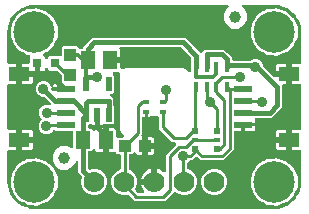
<source format=gbr>
G04 EAGLE Gerber RS-274X export*
G75*
%MOMM*%
%FSLAX34Y34*%
%LPD*%
%INTop Copper*%
%IPPOS*%
%AMOC8*
5,1,8,0,0,1.08239X$1,22.5*%
G01*
%ADD10R,1.240000X1.500000*%
%ADD11R,0.550000X1.200000*%
%ADD12R,1.075000X1.000000*%
%ADD13R,0.450000X0.900000*%
%ADD14R,0.500000X0.500000*%
%ADD15R,0.500000X0.400000*%
%ADD16C,3.516000*%
%ADD17R,1.550000X0.600000*%
%ADD18R,1.800000X1.200000*%
%ADD19C,1.000000*%
%ADD20R,0.800000X0.800000*%
%ADD21R,1.000000X1.075000*%
%ADD22R,0.550000X0.350000*%
%ADD23C,1.778000*%
%ADD24C,0.406400*%
%ADD25C,0.906400*%
%ADD26C,0.254000*%
%ADD27C,0.889000*%
%ADD28C,0.304800*%

G36*
X228622Y2543D02*
X228622Y2543D01*
X228700Y2545D01*
X232077Y2810D01*
X232145Y2824D01*
X232214Y2829D01*
X232370Y2869D01*
X238794Y4956D01*
X238901Y5006D01*
X239012Y5050D01*
X239063Y5083D01*
X239082Y5091D01*
X239097Y5104D01*
X239148Y5136D01*
X244612Y9107D01*
X244699Y9188D01*
X244746Y9227D01*
X244752Y9231D01*
X244753Y9232D01*
X244791Y9264D01*
X244829Y9310D01*
X244844Y9324D01*
X244855Y9342D01*
X244893Y9388D01*
X246586Y11717D01*
X246599Y11741D01*
X246616Y11761D01*
X246675Y11880D01*
X246739Y11996D01*
X246746Y12022D01*
X246758Y12046D01*
X246785Y12174D01*
X246799Y12185D01*
X246823Y12196D01*
X246925Y12281D01*
X247031Y12361D01*
X247048Y12382D01*
X247068Y12398D01*
X247171Y12522D01*
X248864Y14852D01*
X248921Y14956D01*
X248985Y15056D01*
X249007Y15113D01*
X249017Y15131D01*
X249022Y15151D01*
X249044Y15206D01*
X251131Y21630D01*
X251144Y21698D01*
X251167Y21764D01*
X251190Y21923D01*
X251455Y25300D01*
X251455Y25304D01*
X251456Y25307D01*
X251455Y25326D01*
X251459Y25400D01*
X251459Y51090D01*
X251444Y51208D01*
X251437Y51327D01*
X251424Y51365D01*
X251419Y51406D01*
X251376Y51516D01*
X251339Y51629D01*
X251317Y51664D01*
X251302Y51701D01*
X251233Y51797D01*
X251169Y51898D01*
X251139Y51926D01*
X251116Y51959D01*
X251024Y52035D01*
X250937Y52116D01*
X250902Y52136D01*
X250871Y52161D01*
X250763Y52212D01*
X250659Y52270D01*
X250619Y52280D01*
X250583Y52297D01*
X250466Y52319D01*
X250351Y52349D01*
X250291Y52353D01*
X250271Y52357D01*
X250250Y52355D01*
X250190Y52359D01*
X243729Y52359D01*
X243729Y59630D01*
X243714Y59748D01*
X243707Y59867D01*
X243694Y59905D01*
X243689Y59945D01*
X243645Y60056D01*
X243609Y60169D01*
X243587Y60204D01*
X243572Y60241D01*
X243502Y60337D01*
X243439Y60438D01*
X243409Y60466D01*
X243385Y60498D01*
X243294Y60574D01*
X243207Y60656D01*
X243172Y60675D01*
X243140Y60701D01*
X243033Y60752D01*
X242929Y60809D01*
X242889Y60820D01*
X242853Y60837D01*
X242736Y60859D01*
X242621Y60889D01*
X242560Y60893D01*
X242540Y60897D01*
X242520Y60895D01*
X242460Y60899D01*
X241189Y60899D01*
X241189Y60901D01*
X242460Y60901D01*
X242578Y60916D01*
X242697Y60923D01*
X242735Y60936D01*
X242775Y60941D01*
X242886Y60985D01*
X242999Y61021D01*
X243034Y61043D01*
X243071Y61058D01*
X243167Y61128D01*
X243268Y61191D01*
X243296Y61221D01*
X243328Y61245D01*
X243404Y61336D01*
X243486Y61423D01*
X243505Y61458D01*
X243531Y61490D01*
X243582Y61597D01*
X243639Y61701D01*
X243650Y61741D01*
X243667Y61777D01*
X243689Y61894D01*
X243719Y62009D01*
X243723Y62070D01*
X243727Y62090D01*
X243725Y62109D01*
X243727Y62115D01*
X243726Y62122D01*
X243729Y62170D01*
X243729Y69441D01*
X250190Y69441D01*
X250308Y69456D01*
X250427Y69463D01*
X250465Y69476D01*
X250506Y69481D01*
X250616Y69524D01*
X250729Y69561D01*
X250764Y69583D01*
X250801Y69598D01*
X250898Y69668D01*
X250998Y69731D01*
X251026Y69761D01*
X251059Y69784D01*
X251135Y69876D01*
X251216Y69963D01*
X251236Y69998D01*
X251261Y70029D01*
X251312Y70137D01*
X251370Y70241D01*
X251380Y70280D01*
X251397Y70317D01*
X251419Y70434D01*
X251449Y70549D01*
X251453Y70609D01*
X251457Y70629D01*
X251455Y70650D01*
X251459Y70710D01*
X251459Y107090D01*
X251444Y107208D01*
X251437Y107327D01*
X251424Y107365D01*
X251419Y107406D01*
X251376Y107516D01*
X251339Y107629D01*
X251317Y107664D01*
X251302Y107701D01*
X251233Y107797D01*
X251169Y107898D01*
X251139Y107926D01*
X251116Y107959D01*
X251024Y108035D01*
X250937Y108116D01*
X250902Y108136D01*
X250871Y108161D01*
X250763Y108212D01*
X250659Y108270D01*
X250619Y108280D01*
X250583Y108297D01*
X250466Y108319D01*
X250351Y108349D01*
X250291Y108353D01*
X250271Y108357D01*
X250250Y108355D01*
X250190Y108359D01*
X243729Y108359D01*
X243729Y115630D01*
X243714Y115748D01*
X243707Y115867D01*
X243694Y115905D01*
X243689Y115945D01*
X243645Y116056D01*
X243609Y116169D01*
X243587Y116204D01*
X243572Y116241D01*
X243502Y116337D01*
X243439Y116438D01*
X243409Y116466D01*
X243385Y116498D01*
X243294Y116574D01*
X243207Y116656D01*
X243172Y116675D01*
X243140Y116701D01*
X243033Y116752D01*
X242929Y116809D01*
X242889Y116820D01*
X242853Y116837D01*
X242736Y116859D01*
X242621Y116889D01*
X242560Y116893D01*
X242540Y116897D01*
X242520Y116895D01*
X242460Y116899D01*
X241189Y116899D01*
X241189Y116901D01*
X242460Y116901D01*
X242578Y116916D01*
X242697Y116923D01*
X242735Y116936D01*
X242775Y116941D01*
X242886Y116985D01*
X242999Y117021D01*
X243034Y117043D01*
X243071Y117058D01*
X243167Y117128D01*
X243268Y117191D01*
X243296Y117221D01*
X243328Y117245D01*
X243404Y117336D01*
X243486Y117423D01*
X243505Y117458D01*
X243531Y117490D01*
X243582Y117597D01*
X243639Y117701D01*
X243650Y117741D01*
X243667Y117777D01*
X243689Y117894D01*
X243719Y118009D01*
X243723Y118070D01*
X243727Y118090D01*
X243725Y118110D01*
X243729Y118170D01*
X243729Y125441D01*
X250190Y125441D01*
X250308Y125456D01*
X250427Y125463D01*
X250465Y125476D01*
X250506Y125481D01*
X250616Y125524D01*
X250729Y125561D01*
X250764Y125583D01*
X250801Y125598D01*
X250898Y125668D01*
X250998Y125731D01*
X251026Y125761D01*
X251059Y125784D01*
X251135Y125876D01*
X251216Y125963D01*
X251236Y125998D01*
X251261Y126029D01*
X251312Y126137D01*
X251370Y126241D01*
X251380Y126280D01*
X251397Y126317D01*
X251419Y126434D01*
X251449Y126549D01*
X251453Y126609D01*
X251457Y126629D01*
X251455Y126650D01*
X251459Y126710D01*
X251459Y152400D01*
X251457Y152422D01*
X251455Y152500D01*
X251190Y155877D01*
X251176Y155945D01*
X251171Y156014D01*
X251131Y156170D01*
X249044Y162594D01*
X248993Y162701D01*
X248950Y162812D01*
X248917Y162863D01*
X248909Y162882D01*
X248896Y162897D01*
X248864Y162948D01*
X247171Y165278D01*
X247153Y165297D01*
X247139Y165320D01*
X247044Y165413D01*
X246953Y165509D01*
X246931Y165524D01*
X246912Y165542D01*
X246798Y165608D01*
X246792Y165624D01*
X246789Y165651D01*
X246740Y165775D01*
X246697Y165900D01*
X246682Y165922D01*
X246672Y165947D01*
X246586Y166083D01*
X244893Y168413D01*
X244812Y168499D01*
X244736Y168591D01*
X244690Y168629D01*
X244676Y168644D01*
X244658Y168655D01*
X244612Y168693D01*
X239148Y172664D01*
X239044Y172721D01*
X238944Y172785D01*
X238887Y172807D01*
X238869Y172817D01*
X238849Y172822D01*
X238794Y172844D01*
X232370Y174931D01*
X232302Y174944D01*
X232236Y174967D01*
X232077Y174990D01*
X228700Y175255D01*
X228678Y175254D01*
X228600Y175259D01*
X202548Y175259D01*
X202404Y175241D01*
X202259Y175226D01*
X202246Y175221D01*
X202232Y175219D01*
X202097Y175166D01*
X201960Y175115D01*
X201949Y175107D01*
X201937Y175102D01*
X201819Y175017D01*
X201699Y174934D01*
X201690Y174924D01*
X201679Y174916D01*
X201586Y174803D01*
X201491Y174693D01*
X201485Y174681D01*
X201477Y174671D01*
X201415Y174539D01*
X201350Y174408D01*
X201347Y174395D01*
X201341Y174383D01*
X201314Y174241D01*
X201283Y174097D01*
X201284Y174084D01*
X201281Y174071D01*
X201290Y173926D01*
X201296Y173780D01*
X201300Y173767D01*
X201301Y173753D01*
X201346Y173615D01*
X201388Y173475D01*
X201395Y173463D01*
X201399Y173451D01*
X201477Y173327D01*
X201552Y173203D01*
X201562Y173193D01*
X201569Y173182D01*
X201676Y173082D01*
X201779Y172980D01*
X201795Y172970D01*
X201801Y172964D01*
X201816Y172956D01*
X201913Y172891D01*
X202837Y172357D01*
X205494Y167756D01*
X205494Y162444D01*
X202837Y157843D01*
X198236Y155186D01*
X192924Y155186D01*
X188323Y157843D01*
X185666Y162444D01*
X185666Y167756D01*
X188323Y172357D01*
X189247Y172891D01*
X189363Y172979D01*
X189481Y173064D01*
X189489Y173075D01*
X189500Y173083D01*
X189590Y173197D01*
X189683Y173309D01*
X189689Y173322D01*
X189698Y173332D01*
X189757Y173466D01*
X189819Y173597D01*
X189821Y173610D01*
X189827Y173623D01*
X189852Y173767D01*
X189879Y173910D01*
X189878Y173923D01*
X189880Y173936D01*
X189868Y174082D01*
X189859Y174227D01*
X189855Y174240D01*
X189854Y174253D01*
X189806Y174391D01*
X189761Y174529D01*
X189754Y174541D01*
X189749Y174554D01*
X189669Y174675D01*
X189591Y174798D01*
X189581Y174807D01*
X189573Y174819D01*
X189465Y174916D01*
X189359Y175016D01*
X189347Y175023D01*
X189337Y175032D01*
X189208Y175099D01*
X189081Y175170D01*
X189068Y175173D01*
X189056Y175179D01*
X188913Y175213D01*
X188773Y175249D01*
X188754Y175250D01*
X188746Y175252D01*
X188729Y175252D01*
X188612Y175259D01*
X25400Y175259D01*
X25378Y175257D01*
X25300Y175255D01*
X21923Y174990D01*
X21855Y174976D01*
X21786Y174971D01*
X21630Y174931D01*
X18892Y174041D01*
X18867Y174030D01*
X18841Y174024D01*
X18724Y173963D01*
X18604Y173906D01*
X18583Y173889D01*
X18560Y173877D01*
X18462Y173789D01*
X18445Y173788D01*
X18418Y173793D01*
X18286Y173785D01*
X18153Y173783D01*
X18128Y173775D01*
X18101Y173774D01*
X17945Y173734D01*
X15206Y172844D01*
X15099Y172794D01*
X14988Y172750D01*
X14937Y172717D01*
X14918Y172709D01*
X14903Y172696D01*
X14852Y172664D01*
X9388Y168693D01*
X9301Y168612D01*
X9209Y168536D01*
X9171Y168490D01*
X9156Y168476D01*
X9145Y168458D01*
X9107Y168412D01*
X5136Y162948D01*
X5079Y162844D01*
X5015Y162744D01*
X4993Y162687D01*
X4983Y162669D01*
X4978Y162649D01*
X4956Y162594D01*
X2869Y156170D01*
X2856Y156102D01*
X2833Y156036D01*
X2810Y155877D01*
X2545Y152500D01*
X2546Y152478D01*
X2541Y152400D01*
X2541Y126710D01*
X2556Y126592D01*
X2563Y126473D01*
X2576Y126435D01*
X2581Y126394D01*
X2624Y126284D01*
X2661Y126171D01*
X2683Y126136D01*
X2698Y126099D01*
X2768Y126002D01*
X2831Y125902D01*
X2861Y125874D01*
X2884Y125841D01*
X2976Y125765D01*
X3063Y125684D01*
X3098Y125664D01*
X3129Y125639D01*
X3237Y125588D01*
X3341Y125530D01*
X3381Y125520D01*
X3417Y125503D01*
X3534Y125481D01*
X3649Y125451D01*
X3709Y125447D01*
X3729Y125443D01*
X3750Y125445D01*
X3810Y125441D01*
X10271Y125441D01*
X10271Y118170D01*
X10286Y118052D01*
X10293Y117933D01*
X10306Y117895D01*
X10311Y117855D01*
X10354Y117744D01*
X10391Y117631D01*
X10413Y117596D01*
X10428Y117559D01*
X10498Y117463D01*
X10561Y117362D01*
X10591Y117334D01*
X10615Y117302D01*
X10706Y117226D01*
X10793Y117144D01*
X10828Y117125D01*
X10859Y117099D01*
X10967Y117048D01*
X11071Y116991D01*
X11111Y116980D01*
X11147Y116963D01*
X11264Y116941D01*
X11379Y116911D01*
X11440Y116907D01*
X11460Y116903D01*
X11480Y116905D01*
X11540Y116901D01*
X12811Y116901D01*
X12811Y116899D01*
X11540Y116899D01*
X11422Y116884D01*
X11303Y116877D01*
X11265Y116864D01*
X11225Y116859D01*
X11114Y116815D01*
X11001Y116779D01*
X10966Y116757D01*
X10929Y116742D01*
X10833Y116672D01*
X10732Y116609D01*
X10704Y116579D01*
X10671Y116555D01*
X10596Y116464D01*
X10514Y116377D01*
X10494Y116342D01*
X10469Y116310D01*
X10418Y116203D01*
X10360Y116099D01*
X10350Y116059D01*
X10333Y116023D01*
X10311Y115906D01*
X10281Y115791D01*
X10277Y115730D01*
X10273Y115710D01*
X10275Y115690D01*
X10271Y115630D01*
X10271Y108359D01*
X3810Y108359D01*
X3692Y108344D01*
X3573Y108337D01*
X3535Y108324D01*
X3494Y108319D01*
X3384Y108276D01*
X3271Y108239D01*
X3236Y108217D01*
X3199Y108202D01*
X3103Y108133D01*
X3002Y108069D01*
X2974Y108039D01*
X2941Y108016D01*
X2865Y107924D01*
X2784Y107837D01*
X2764Y107802D01*
X2739Y107771D01*
X2688Y107663D01*
X2630Y107559D01*
X2620Y107519D01*
X2603Y107483D01*
X2581Y107366D01*
X2551Y107251D01*
X2547Y107191D01*
X2543Y107171D01*
X2545Y107150D01*
X2541Y107090D01*
X2541Y70710D01*
X2556Y70592D01*
X2563Y70473D01*
X2576Y70435D01*
X2581Y70394D01*
X2624Y70284D01*
X2661Y70171D01*
X2683Y70136D01*
X2698Y70099D01*
X2768Y70002D01*
X2831Y69902D01*
X2861Y69874D01*
X2884Y69841D01*
X2976Y69765D01*
X3063Y69684D01*
X3098Y69664D01*
X3129Y69639D01*
X3237Y69588D01*
X3341Y69530D01*
X3381Y69520D01*
X3417Y69503D01*
X3534Y69481D01*
X3649Y69451D01*
X3709Y69447D01*
X3729Y69443D01*
X3750Y69445D01*
X3810Y69441D01*
X10271Y69441D01*
X10271Y62170D01*
X10286Y62052D01*
X10293Y61933D01*
X10306Y61895D01*
X10311Y61855D01*
X10354Y61744D01*
X10391Y61631D01*
X10413Y61596D01*
X10428Y61559D01*
X10498Y61463D01*
X10561Y61362D01*
X10591Y61334D01*
X10615Y61302D01*
X10706Y61226D01*
X10793Y61144D01*
X10828Y61125D01*
X10859Y61099D01*
X10967Y61048D01*
X11071Y60991D01*
X11111Y60980D01*
X11147Y60963D01*
X11264Y60941D01*
X11379Y60911D01*
X11440Y60907D01*
X11460Y60903D01*
X11480Y60905D01*
X11540Y60901D01*
X12811Y60901D01*
X12811Y60899D01*
X11540Y60899D01*
X11422Y60884D01*
X11303Y60877D01*
X11265Y60864D01*
X11225Y60859D01*
X11114Y60815D01*
X11001Y60779D01*
X10966Y60757D01*
X10929Y60742D01*
X10833Y60672D01*
X10732Y60609D01*
X10704Y60579D01*
X10671Y60555D01*
X10596Y60464D01*
X10514Y60377D01*
X10494Y60342D01*
X10469Y60310D01*
X10418Y60203D01*
X10360Y60099D01*
X10350Y60059D01*
X10333Y60023D01*
X10311Y59906D01*
X10281Y59791D01*
X10277Y59730D01*
X10273Y59710D01*
X10275Y59690D01*
X10271Y59630D01*
X10271Y52359D01*
X3810Y52359D01*
X3692Y52344D01*
X3573Y52337D01*
X3535Y52324D01*
X3494Y52319D01*
X3384Y52276D01*
X3271Y52239D01*
X3236Y52217D01*
X3199Y52202D01*
X3103Y52133D01*
X3002Y52069D01*
X2974Y52039D01*
X2941Y52016D01*
X2865Y51924D01*
X2784Y51837D01*
X2764Y51802D01*
X2739Y51771D01*
X2688Y51663D01*
X2630Y51559D01*
X2620Y51519D01*
X2603Y51483D01*
X2581Y51366D01*
X2551Y51251D01*
X2547Y51191D01*
X2543Y51171D01*
X2545Y51150D01*
X2541Y51090D01*
X2541Y25400D01*
X2543Y25378D01*
X2545Y25300D01*
X2810Y21923D01*
X2824Y21855D01*
X2829Y21786D01*
X2869Y21630D01*
X4956Y15206D01*
X5006Y15099D01*
X5050Y14988D01*
X5083Y14937D01*
X5091Y14918D01*
X5104Y14903D01*
X5136Y14852D01*
X9107Y9388D01*
X9127Y9366D01*
X9138Y9348D01*
X9184Y9305D01*
X9188Y9301D01*
X9264Y9209D01*
X9310Y9171D01*
X9324Y9156D01*
X9342Y9145D01*
X9388Y9107D01*
X14852Y5136D01*
X14956Y5079D01*
X15056Y5015D01*
X15113Y4993D01*
X15131Y4983D01*
X15151Y4978D01*
X15206Y4956D01*
X17945Y4066D01*
X17971Y4061D01*
X17996Y4051D01*
X18127Y4031D01*
X18257Y4006D01*
X18284Y4008D01*
X18310Y4004D01*
X18441Y4018D01*
X18455Y4008D01*
X18474Y3989D01*
X18585Y3918D01*
X18694Y3842D01*
X18719Y3832D01*
X18742Y3818D01*
X18892Y3759D01*
X21630Y2869D01*
X21698Y2856D01*
X21764Y2833D01*
X21923Y2810D01*
X25300Y2545D01*
X25322Y2546D01*
X25400Y2541D01*
X228600Y2541D01*
X228622Y2543D01*
G37*
%LPC*%
G36*
X110392Y9397D02*
X110392Y9397D01*
X105461Y14328D01*
X105437Y14347D01*
X105418Y14369D01*
X105312Y14444D01*
X105210Y14523D01*
X105182Y14535D01*
X105158Y14552D01*
X105037Y14598D01*
X104918Y14650D01*
X104888Y14654D01*
X104861Y14665D01*
X104732Y14679D01*
X104604Y14700D01*
X104574Y14697D01*
X104545Y14700D01*
X104416Y14682D01*
X104287Y14670D01*
X104259Y14660D01*
X104230Y14656D01*
X104078Y14604D01*
X103773Y14477D01*
X99427Y14477D01*
X95413Y16140D01*
X92340Y19213D01*
X90677Y23227D01*
X90677Y27573D01*
X92340Y31587D01*
X95413Y34660D01*
X97904Y35692D01*
X97929Y35706D01*
X97957Y35715D01*
X98067Y35785D01*
X98180Y35849D01*
X98201Y35870D01*
X98226Y35886D01*
X98315Y35980D01*
X98408Y36070D01*
X98424Y36096D01*
X98444Y36117D01*
X98507Y36231D01*
X98575Y36342D01*
X98583Y36370D01*
X98598Y36396D01*
X98630Y36521D01*
X98668Y36646D01*
X98670Y36675D01*
X98677Y36704D01*
X98687Y36864D01*
X98687Y47578D01*
X98672Y47696D01*
X98665Y47815D01*
X98652Y47853D01*
X98647Y47894D01*
X98604Y48004D01*
X98567Y48117D01*
X98545Y48152D01*
X98530Y48189D01*
X98461Y48285D01*
X98397Y48386D01*
X98367Y48414D01*
X98344Y48447D01*
X98252Y48523D01*
X98165Y48604D01*
X98130Y48624D01*
X98099Y48649D01*
X97991Y48700D01*
X97887Y48758D01*
X97847Y48768D01*
X97811Y48785D01*
X97694Y48807D01*
X97579Y48837D01*
X97519Y48841D01*
X97499Y48845D01*
X97478Y48843D01*
X97418Y48847D01*
X95773Y48847D01*
X94564Y50057D01*
X94557Y50144D01*
X94547Y50176D01*
X94542Y50210D01*
X94496Y50327D01*
X94456Y50446D01*
X94438Y50474D01*
X94425Y50505D01*
X94352Y50607D01*
X94283Y50713D01*
X94258Y50736D01*
X94239Y50763D01*
X94142Y50843D01*
X94049Y50928D01*
X94020Y50944D01*
X93994Y50966D01*
X93880Y51019D01*
X93769Y51079D01*
X93736Y51087D01*
X93706Y51101D01*
X93583Y51125D01*
X93460Y51155D01*
X93427Y51155D01*
X93394Y51161D01*
X93268Y51153D01*
X93142Y51152D01*
X93094Y51142D01*
X93076Y51141D01*
X93056Y51135D01*
X92984Y51120D01*
X92234Y50919D01*
X88239Y50919D01*
X88239Y59690D01*
X88224Y59808D01*
X88217Y59927D01*
X88204Y59965D01*
X88199Y60005D01*
X88155Y60116D01*
X88119Y60229D01*
X88097Y60264D01*
X88082Y60301D01*
X88012Y60397D01*
X87949Y60498D01*
X87919Y60526D01*
X87895Y60558D01*
X87804Y60634D01*
X87717Y60716D01*
X87682Y60735D01*
X87650Y60761D01*
X87543Y60812D01*
X87439Y60869D01*
X87399Y60880D01*
X87363Y60897D01*
X87246Y60919D01*
X87131Y60949D01*
X87070Y60953D01*
X87050Y60957D01*
X87030Y60955D01*
X86970Y60959D01*
X84430Y60959D01*
X84312Y60944D01*
X84193Y60937D01*
X84155Y60924D01*
X84115Y60919D01*
X84004Y60875D01*
X83891Y60839D01*
X83856Y60817D01*
X83819Y60802D01*
X83723Y60732D01*
X83622Y60669D01*
X83594Y60639D01*
X83561Y60615D01*
X83486Y60524D01*
X83404Y60437D01*
X83384Y60402D01*
X83359Y60370D01*
X83308Y60263D01*
X83250Y60159D01*
X83240Y60119D01*
X83223Y60083D01*
X83201Y59966D01*
X83171Y59851D01*
X83167Y59790D01*
X83163Y59770D01*
X83165Y59750D01*
X83164Y59741D01*
X83163Y59737D01*
X83164Y59734D01*
X83161Y59690D01*
X83161Y50919D01*
X79166Y50919D01*
X78519Y51092D01*
X77940Y51427D01*
X77467Y51900D01*
X77104Y52529D01*
X77028Y52629D01*
X76957Y52733D01*
X76932Y52756D01*
X76911Y52783D01*
X76813Y52861D01*
X76719Y52944D01*
X76689Y52959D01*
X76662Y52980D01*
X76547Y53031D01*
X76435Y53089D01*
X76402Y53096D01*
X76372Y53110D01*
X76247Y53131D01*
X76125Y53158D01*
X76091Y53157D01*
X76058Y53163D01*
X75933Y53152D01*
X75807Y53149D01*
X75775Y53139D01*
X75741Y53136D01*
X75622Y53095D01*
X75502Y53060D01*
X75473Y53043D01*
X75441Y53032D01*
X75336Y52962D01*
X75228Y52899D01*
X75191Y52866D01*
X75176Y52856D01*
X75161Y52840D01*
X75107Y52792D01*
X73742Y51427D01*
X72034Y51427D01*
X71916Y51412D01*
X71797Y51405D01*
X71759Y51392D01*
X71718Y51387D01*
X71608Y51344D01*
X71495Y51307D01*
X71460Y51285D01*
X71423Y51270D01*
X71327Y51201D01*
X71226Y51137D01*
X71198Y51107D01*
X71165Y51084D01*
X71089Y50992D01*
X71008Y50905D01*
X70988Y50870D01*
X70963Y50839D01*
X70912Y50731D01*
X70854Y50627D01*
X70844Y50587D01*
X70827Y50551D01*
X70805Y50434D01*
X70775Y50319D01*
X70771Y50259D01*
X70767Y50239D01*
X70769Y50218D01*
X70765Y50158D01*
X70765Y37109D01*
X70777Y37011D01*
X70780Y36912D01*
X70797Y36854D01*
X70805Y36794D01*
X70841Y36702D01*
X70868Y36607D01*
X70899Y36554D01*
X70922Y36498D01*
X70980Y36418D01*
X71030Y36333D01*
X71096Y36257D01*
X71108Y36241D01*
X71118Y36233D01*
X71136Y36212D01*
X71305Y36043D01*
X71328Y36025D01*
X71348Y36003D01*
X71454Y35928D01*
X71556Y35848D01*
X71584Y35837D01*
X71608Y35820D01*
X71729Y35774D01*
X71848Y35722D01*
X71877Y35717D01*
X71905Y35707D01*
X72034Y35692D01*
X72162Y35672D01*
X72192Y35675D01*
X72221Y35672D01*
X72350Y35690D01*
X72479Y35702D01*
X72507Y35712D01*
X72536Y35716D01*
X72688Y35768D01*
X74027Y36323D01*
X78373Y36323D01*
X82387Y34660D01*
X85460Y31587D01*
X87123Y27573D01*
X87123Y23227D01*
X85460Y19213D01*
X82387Y16140D01*
X78373Y14477D01*
X74027Y14477D01*
X70013Y16140D01*
X66940Y19213D01*
X65277Y23227D01*
X65277Y27573D01*
X65832Y28912D01*
X65840Y28940D01*
X65853Y28966D01*
X65882Y29093D01*
X65916Y29218D01*
X65916Y29248D01*
X65923Y29277D01*
X65919Y29406D01*
X65921Y29536D01*
X65914Y29565D01*
X65913Y29595D01*
X65877Y29719D01*
X65847Y29846D01*
X65833Y29872D01*
X65825Y29900D01*
X65759Y30012D01*
X65698Y30127D01*
X65678Y30149D01*
X65663Y30174D01*
X65557Y30295D01*
X62635Y33216D01*
X62635Y41655D01*
X62617Y41799D01*
X62602Y41944D01*
X62597Y41957D01*
X62595Y41970D01*
X62542Y42106D01*
X62491Y42243D01*
X62483Y42254D01*
X62478Y42266D01*
X62393Y42384D01*
X62310Y42504D01*
X62299Y42513D01*
X62292Y42524D01*
X62180Y42616D01*
X62069Y42712D01*
X62057Y42718D01*
X62047Y42726D01*
X61915Y42788D01*
X61784Y42853D01*
X61771Y42856D01*
X61759Y42862D01*
X61617Y42889D01*
X61473Y42920D01*
X61460Y42919D01*
X61447Y42922D01*
X61302Y42913D01*
X61156Y42907D01*
X61143Y42903D01*
X61129Y42902D01*
X60991Y42857D01*
X60851Y42815D01*
X60839Y42808D01*
X60827Y42804D01*
X60704Y42726D01*
X60579Y42651D01*
X60569Y42641D01*
X60558Y42634D01*
X60458Y42528D01*
X60356Y42424D01*
X60346Y42408D01*
X60340Y42402D01*
X60332Y42387D01*
X60267Y42290D01*
X58057Y38463D01*
X53456Y35806D01*
X48144Y35806D01*
X43692Y38376D01*
X43619Y38407D01*
X43550Y38447D01*
X43473Y38469D01*
X43399Y38500D01*
X43320Y38511D01*
X43243Y38533D01*
X43171Y38534D01*
X43185Y38595D01*
X43185Y38635D01*
X43191Y38675D01*
X43181Y38794D01*
X43179Y38913D01*
X43168Y38952D01*
X43165Y38992D01*
X43126Y39104D01*
X43094Y39220D01*
X43067Y39273D01*
X43061Y39292D01*
X43049Y39309D01*
X43022Y39364D01*
X40886Y43064D01*
X40886Y48376D01*
X43543Y52977D01*
X48144Y55634D01*
X53456Y55634D01*
X56563Y53840D01*
X56686Y53789D01*
X56805Y53732D01*
X56832Y53727D01*
X56857Y53717D01*
X56988Y53697D01*
X57118Y53672D01*
X57144Y53674D01*
X57171Y53670D01*
X57303Y53684D01*
X57435Y53692D01*
X57461Y53700D01*
X57487Y53703D01*
X57612Y53749D01*
X57737Y53790D01*
X57760Y53805D01*
X57786Y53814D01*
X57894Y53889D01*
X58006Y53960D01*
X58025Y53980D01*
X58047Y53995D01*
X58133Y54095D01*
X58224Y54192D01*
X58237Y54216D01*
X58255Y54236D01*
X58314Y54354D01*
X58378Y54470D01*
X58384Y54497D01*
X58396Y54521D01*
X58424Y54651D01*
X58457Y54778D01*
X58459Y54817D01*
X58463Y54832D01*
X58462Y54854D01*
X58467Y54939D01*
X58467Y67598D01*
X58452Y67716D01*
X58445Y67835D01*
X58432Y67873D01*
X58427Y67914D01*
X58384Y68024D01*
X58347Y68137D01*
X58325Y68172D01*
X58310Y68209D01*
X58241Y68305D01*
X58177Y68406D01*
X58147Y68434D01*
X58124Y68467D01*
X58032Y68543D01*
X57945Y68624D01*
X57910Y68644D01*
X57879Y68669D01*
X57771Y68720D01*
X57667Y68778D01*
X57627Y68788D01*
X57591Y68805D01*
X57474Y68827D01*
X57359Y68857D01*
X57299Y68861D01*
X57279Y68865D01*
X57258Y68863D01*
X57198Y68867D01*
X43218Y68867D01*
X43139Y68946D01*
X43099Y68977D01*
X43066Y69014D01*
X42974Y69074D01*
X42888Y69141D01*
X42842Y69161D01*
X42800Y69189D01*
X42696Y69224D01*
X42596Y69268D01*
X42547Y69276D01*
X42500Y69292D01*
X42390Y69300D01*
X42282Y69318D01*
X42232Y69313D01*
X42182Y69317D01*
X42074Y69298D01*
X41965Y69288D01*
X41918Y69271D01*
X41869Y69262D01*
X41769Y69217D01*
X41666Y69180D01*
X41624Y69152D01*
X41579Y69132D01*
X41494Y69063D01*
X41403Y69002D01*
X41370Y68964D01*
X41331Y68933D01*
X41265Y68846D01*
X41192Y68763D01*
X41169Y68719D01*
X41159Y68705D01*
X39279Y66825D01*
X36866Y65825D01*
X34254Y65825D01*
X31841Y66825D01*
X29995Y68671D01*
X28995Y71084D01*
X28995Y73696D01*
X29995Y76109D01*
X31320Y77434D01*
X31393Y77528D01*
X31471Y77617D01*
X31490Y77653D01*
X31515Y77685D01*
X31562Y77794D01*
X31616Y77900D01*
X31625Y77940D01*
X31641Y77977D01*
X31660Y78095D01*
X31686Y78210D01*
X31684Y78251D01*
X31691Y78291D01*
X31680Y78409D01*
X31676Y78528D01*
X31665Y78567D01*
X31661Y78607D01*
X31621Y78719D01*
X31588Y78834D01*
X31567Y78869D01*
X31553Y78907D01*
X31486Y79005D01*
X31426Y79108D01*
X31386Y79153D01*
X31375Y79170D01*
X31359Y79183D01*
X31320Y79229D01*
X30221Y80327D01*
X29221Y82740D01*
X29221Y85352D01*
X30221Y87765D01*
X32067Y89611D01*
X34480Y90611D01*
X37092Y90611D01*
X37528Y90430D01*
X37596Y90412D01*
X37660Y90384D01*
X37748Y90370D01*
X37835Y90346D01*
X37905Y90345D01*
X37974Y90334D01*
X38063Y90342D01*
X38153Y90341D01*
X38221Y90357D01*
X38290Y90364D01*
X38375Y90394D01*
X38462Y90415D01*
X38524Y90448D01*
X38590Y90471D01*
X38664Y90522D01*
X38743Y90564D01*
X38795Y90611D01*
X38853Y90650D01*
X38912Y90717D01*
X38979Y90778D01*
X39017Y90836D01*
X39063Y90888D01*
X39104Y90968D01*
X39153Y91044D01*
X39176Y91110D01*
X39208Y91172D01*
X39227Y91259D01*
X39257Y91344D01*
X39262Y91414D01*
X39277Y91482D01*
X39275Y91572D01*
X39282Y91661D01*
X39270Y91730D01*
X39268Y91800D01*
X39243Y91886D01*
X39227Y91975D01*
X39199Y92038D01*
X39179Y92105D01*
X39134Y92183D01*
X39097Y92265D01*
X39053Y92319D01*
X39018Y92379D01*
X38911Y92500D01*
X34208Y97204D01*
X34130Y97264D01*
X34058Y97332D01*
X34005Y97361D01*
X33957Y97398D01*
X33866Y97438D01*
X33779Y97486D01*
X33721Y97501D01*
X33665Y97525D01*
X33567Y97540D01*
X33471Y97565D01*
X33371Y97571D01*
X33351Y97575D01*
X33339Y97573D01*
X33311Y97575D01*
X31714Y97575D01*
X29301Y98575D01*
X27455Y100421D01*
X26455Y102834D01*
X26455Y105446D01*
X27455Y107859D01*
X29301Y109705D01*
X31714Y110705D01*
X34326Y110705D01*
X36739Y109705D01*
X38585Y107859D01*
X39077Y106671D01*
X39112Y106610D01*
X39138Y106545D01*
X39190Y106473D01*
X39235Y106394D01*
X39283Y106344D01*
X39324Y106288D01*
X39394Y106230D01*
X39456Y106166D01*
X39516Y106130D01*
X39569Y106085D01*
X39651Y106047D01*
X39727Y106000D01*
X39794Y105979D01*
X39857Y105949D01*
X39945Y105933D01*
X40031Y105906D01*
X40101Y105903D01*
X40170Y105890D01*
X40259Y105895D01*
X40349Y105891D01*
X40417Y105905D01*
X40487Y105909D01*
X40572Y105937D01*
X40660Y105955D01*
X40723Y105986D01*
X40789Y106007D01*
X40865Y106055D01*
X40946Y106095D01*
X40999Y106140D01*
X41058Y106178D01*
X41120Y106243D01*
X41188Y106301D01*
X41228Y106358D01*
X41276Y106409D01*
X41319Y106488D01*
X41371Y106561D01*
X41396Y106627D01*
X41430Y106688D01*
X41452Y106774D01*
X41484Y106859D01*
X41492Y106928D01*
X41509Y106996D01*
X41519Y107156D01*
X41519Y107234D01*
X41692Y107881D01*
X42027Y108460D01*
X42500Y108933D01*
X43079Y109268D01*
X43726Y109441D01*
X47578Y109441D01*
X47696Y109456D01*
X47815Y109463D01*
X47853Y109476D01*
X47894Y109481D01*
X48004Y109524D01*
X48117Y109561D01*
X48152Y109583D01*
X48189Y109598D01*
X48285Y109667D01*
X48386Y109731D01*
X48414Y109761D01*
X48447Y109784D01*
X48523Y109876D01*
X48604Y109963D01*
X48624Y109998D01*
X48649Y110029D01*
X48700Y110137D01*
X48758Y110241D01*
X48768Y110281D01*
X48785Y110317D01*
X48807Y110434D01*
X48837Y110549D01*
X48841Y110609D01*
X48845Y110629D01*
X48843Y110650D01*
X48847Y110710D01*
X48847Y114746D01*
X48835Y114844D01*
X48832Y114943D01*
X48815Y115002D01*
X48807Y115062D01*
X48771Y115154D01*
X48743Y115249D01*
X48713Y115301D01*
X48690Y115357D01*
X48632Y115437D01*
X48582Y115523D01*
X48516Y115598D01*
X48504Y115615D01*
X48494Y115623D01*
X48476Y115644D01*
X44794Y119326D01*
X44715Y119386D01*
X44643Y119454D01*
X44590Y119483D01*
X44542Y119520D01*
X44451Y119560D01*
X44365Y119608D01*
X44306Y119623D01*
X44251Y119647D01*
X44153Y119662D01*
X44057Y119687D01*
X43957Y119693D01*
X43937Y119697D01*
X43924Y119695D01*
X43896Y119697D01*
X38218Y119697D01*
X37016Y120899D01*
X37008Y120961D01*
X36991Y121113D01*
X36988Y121119D01*
X36987Y121126D01*
X36932Y121267D01*
X36877Y121410D01*
X36873Y121416D01*
X36870Y121422D01*
X36781Y121545D01*
X36693Y121669D01*
X36688Y121674D01*
X36684Y121679D01*
X36566Y121777D01*
X36450Y121875D01*
X36444Y121878D01*
X36439Y121882D01*
X36301Y121947D01*
X36164Y122013D01*
X36157Y122015D01*
X36151Y122017D01*
X36002Y122046D01*
X35852Y122076D01*
X35845Y122076D01*
X35839Y122077D01*
X35687Y122068D01*
X35534Y122060D01*
X35528Y122058D01*
X35521Y122058D01*
X35377Y122011D01*
X35231Y121965D01*
X35225Y121962D01*
X35219Y121959D01*
X35090Y121878D01*
X34960Y121798D01*
X34956Y121793D01*
X34950Y121789D01*
X34845Y121677D01*
X34740Y121569D01*
X34737Y121563D01*
X34732Y121558D01*
X34659Y121425D01*
X34583Y121292D01*
X34581Y121283D01*
X34578Y121279D01*
X34576Y121269D01*
X34532Y121139D01*
X34428Y120749D01*
X34093Y120170D01*
X33620Y119697D01*
X33041Y119362D01*
X32394Y119189D01*
X30059Y119189D01*
X30059Y125000D01*
X30044Y125118D01*
X30037Y125237D01*
X30024Y125275D01*
X30019Y125315D01*
X29976Y125426D01*
X29939Y125539D01*
X29917Y125573D01*
X29902Y125611D01*
X29833Y125707D01*
X29769Y125808D01*
X29739Y125836D01*
X29716Y125868D01*
X29624Y125944D01*
X29537Y126026D01*
X29502Y126045D01*
X29471Y126071D01*
X29363Y126122D01*
X29259Y126179D01*
X29219Y126189D01*
X29183Y126207D01*
X29066Y126229D01*
X28951Y126259D01*
X28891Y126263D01*
X28871Y126266D01*
X28850Y126265D01*
X28790Y126269D01*
X27330Y126269D01*
X27212Y126254D01*
X27093Y126247D01*
X27055Y126234D01*
X27014Y126229D01*
X26904Y126185D01*
X26791Y126149D01*
X26756Y126127D01*
X26719Y126112D01*
X26622Y126042D01*
X26522Y125979D01*
X26494Y125949D01*
X26461Y125925D01*
X26385Y125834D01*
X26304Y125747D01*
X26284Y125712D01*
X26259Y125680D01*
X26208Y125573D01*
X26150Y125468D01*
X26140Y125429D01*
X26123Y125393D01*
X26101Y125276D01*
X26071Y125160D01*
X26067Y125100D01*
X26063Y125080D01*
X26065Y125060D01*
X26061Y125000D01*
X26061Y119189D01*
X23726Y119189D01*
X22954Y119396D01*
X22869Y119408D01*
X22786Y119429D01*
X22650Y119438D01*
X22639Y119439D01*
X22635Y119439D01*
X22626Y119439D01*
X15349Y119439D01*
X15349Y125441D01*
X20250Y125441D01*
X20368Y125456D01*
X20487Y125463D01*
X20525Y125475D01*
X20566Y125481D01*
X20676Y125524D01*
X20789Y125561D01*
X20824Y125583D01*
X20861Y125598D01*
X20957Y125667D01*
X21058Y125731D01*
X21086Y125761D01*
X21119Y125784D01*
X21195Y125876D01*
X21276Y125963D01*
X21296Y125998D01*
X21321Y126029D01*
X21372Y126137D01*
X21430Y126241D01*
X21440Y126281D01*
X21457Y126317D01*
X21479Y126434D01*
X21509Y126549D01*
X21513Y126609D01*
X21517Y126629D01*
X21515Y126650D01*
X21519Y126710D01*
X21519Y130064D01*
X21692Y130711D01*
X21899Y131068D01*
X21916Y131108D01*
X21939Y131144D01*
X21977Y131254D01*
X22022Y131362D01*
X22028Y131404D01*
X22042Y131445D01*
X22052Y131561D01*
X22069Y131676D01*
X22064Y131719D01*
X22068Y131762D01*
X22048Y131877D01*
X22036Y131992D01*
X22021Y132033D01*
X22013Y132075D01*
X21965Y132181D01*
X21925Y132291D01*
X21900Y132326D01*
X21883Y132365D01*
X21810Y132456D01*
X21743Y132552D01*
X21711Y132580D01*
X21684Y132613D01*
X21591Y132684D01*
X21503Y132760D01*
X21464Y132779D01*
X21430Y132805D01*
X21285Y132876D01*
X20951Y133014D01*
X20852Y133041D01*
X20757Y133077D01*
X20665Y133092D01*
X20644Y133098D01*
X20631Y133098D01*
X20598Y133104D01*
X19179Y133253D01*
X16215Y134964D01*
X16213Y134965D01*
X16210Y134967D01*
X16066Y135038D01*
X14290Y135773D01*
X13693Y136370D01*
X13626Y136422D01*
X13565Y136483D01*
X13451Y136558D01*
X13442Y136565D01*
X13438Y136567D01*
X13431Y136572D01*
X11929Y137439D01*
X10139Y139903D01*
X10126Y139917D01*
X10116Y139933D01*
X10009Y140054D01*
X8773Y141290D01*
X8357Y142296D01*
X8322Y142356D01*
X8297Y142420D01*
X8211Y142556D01*
X7008Y144211D01*
X6447Y146849D01*
X6436Y146883D01*
X6431Y146919D01*
X6379Y147071D01*
X5787Y148499D01*
X5787Y149822D01*
X5781Y149874D01*
X5783Y149926D01*
X5760Y150086D01*
X5268Y152400D01*
X5760Y154714D01*
X5764Y154767D01*
X5777Y154817D01*
X5787Y154978D01*
X5787Y156301D01*
X6379Y157729D01*
X6388Y157763D01*
X6404Y157795D01*
X6447Y157951D01*
X7008Y160589D01*
X8211Y162244D01*
X8244Y162305D01*
X8286Y162360D01*
X8357Y162504D01*
X8773Y163510D01*
X10009Y164746D01*
X10021Y164761D01*
X10036Y164773D01*
X10139Y164897D01*
X11929Y167361D01*
X13431Y168228D01*
X13499Y168280D01*
X13573Y168324D01*
X13675Y168414D01*
X13684Y168421D01*
X13687Y168424D01*
X13693Y168430D01*
X14290Y169027D01*
X16066Y169762D01*
X16068Y169764D01*
X16071Y169764D01*
X16215Y169836D01*
X18972Y171428D01*
X18993Y171444D01*
X19017Y171455D01*
X19119Y171540D01*
X19166Y171575D01*
X19203Y171568D01*
X19229Y171569D01*
X19256Y171565D01*
X19416Y171572D01*
X20598Y171696D01*
X20698Y171720D01*
X20799Y171734D01*
X20887Y171764D01*
X20908Y171769D01*
X20920Y171775D01*
X20951Y171786D01*
X21499Y172013D01*
X23543Y172013D01*
X23560Y172015D01*
X23676Y172020D01*
X27504Y172422D01*
X28573Y172075D01*
X28690Y172053D01*
X28805Y172023D01*
X28865Y172019D01*
X28885Y172015D01*
X28906Y172017D01*
X28965Y172013D01*
X29301Y172013D01*
X31209Y171222D01*
X31230Y171217D01*
X31303Y171188D01*
X35466Y169835D01*
X36078Y169285D01*
X36189Y169207D01*
X36297Y169126D01*
X36327Y169111D01*
X36339Y169103D01*
X36359Y169096D01*
X36441Y169055D01*
X36510Y169027D01*
X37805Y167732D01*
X37819Y167721D01*
X37853Y167686D01*
X41687Y164234D01*
X41900Y163756D01*
X41979Y163626D01*
X42250Y162971D01*
X42255Y162962D01*
X42263Y162941D01*
X45092Y156586D01*
X45092Y148214D01*
X42263Y141859D01*
X42260Y141849D01*
X42250Y141829D01*
X41994Y141211D01*
X41975Y141187D01*
X41970Y141179D01*
X41968Y141175D01*
X41963Y141164D01*
X41900Y141044D01*
X41687Y140566D01*
X37853Y137114D01*
X37841Y137100D01*
X37805Y137068D01*
X36510Y135773D01*
X36441Y135745D01*
X36324Y135678D01*
X36204Y135615D01*
X36177Y135594D01*
X36165Y135587D01*
X36150Y135572D01*
X36078Y135515D01*
X35466Y134965D01*
X33448Y134309D01*
X33352Y134264D01*
X33252Y134227D01*
X33208Y134196D01*
X33160Y134174D01*
X33078Y134106D01*
X32991Y134046D01*
X32956Y134005D01*
X32915Y133971D01*
X32852Y133885D01*
X32783Y133805D01*
X32759Y133757D01*
X32728Y133714D01*
X32689Y133615D01*
X32641Y133520D01*
X32630Y133468D01*
X32611Y133418D01*
X32597Y133313D01*
X32575Y133209D01*
X32577Y133156D01*
X32571Y133103D01*
X32584Y132998D01*
X32588Y132891D01*
X32604Y132840D01*
X32610Y132787D01*
X32649Y132689D01*
X32680Y132587D01*
X32707Y132541D01*
X32727Y132491D01*
X32789Y132405D01*
X32844Y132315D01*
X32882Y132277D01*
X32914Y132234D01*
X32995Y132166D01*
X33071Y132092D01*
X33142Y132045D01*
X33159Y132031D01*
X33173Y132024D01*
X33205Y132003D01*
X33620Y131763D01*
X34093Y131290D01*
X34428Y130711D01*
X34532Y130321D01*
X34590Y130180D01*
X34646Y130038D01*
X34650Y130033D01*
X34652Y130026D01*
X34743Y129904D01*
X34832Y129781D01*
X34838Y129777D01*
X34842Y129771D01*
X34960Y129676D01*
X35077Y129578D01*
X35084Y129575D01*
X35089Y129571D01*
X35227Y129508D01*
X35365Y129443D01*
X35372Y129441D01*
X35378Y129438D01*
X35528Y129411D01*
X35678Y129383D01*
X35684Y129383D01*
X35691Y129382D01*
X35844Y129393D01*
X35995Y129402D01*
X36001Y129405D01*
X36008Y129405D01*
X36154Y129454D01*
X36297Y129501D01*
X36303Y129504D01*
X36310Y129506D01*
X36438Y129589D01*
X36566Y129671D01*
X36571Y129676D01*
X36576Y129679D01*
X36680Y129791D01*
X36784Y129902D01*
X36787Y129908D01*
X36792Y129913D01*
X36865Y130048D01*
X36938Y130181D01*
X36939Y130187D01*
X36942Y130193D01*
X36979Y130342D01*
X37017Y130489D01*
X37018Y130498D01*
X37019Y130502D01*
X37019Y130513D01*
X37022Y130567D01*
X38218Y131763D01*
X47578Y131763D01*
X47696Y131778D01*
X47815Y131785D01*
X47853Y131798D01*
X47894Y131803D01*
X48004Y131846D01*
X48117Y131883D01*
X48152Y131905D01*
X48189Y131920D01*
X48285Y131989D01*
X48386Y132053D01*
X48414Y132083D01*
X48447Y132106D01*
X48523Y132198D01*
X48604Y132285D01*
X48624Y132320D01*
X48649Y132351D01*
X48700Y132459D01*
X48758Y132563D01*
X48768Y132603D01*
X48785Y132639D01*
X48807Y132756D01*
X48837Y132871D01*
X48841Y132931D01*
X48845Y132951D01*
X48843Y132972D01*
X48847Y133032D01*
X48847Y139177D01*
X50038Y140368D01*
X61722Y140368D01*
X62913Y139177D01*
X62913Y139072D01*
X62928Y138954D01*
X62935Y138835D01*
X62948Y138797D01*
X62953Y138756D01*
X62996Y138646D01*
X63033Y138533D01*
X63055Y138498D01*
X63070Y138461D01*
X63139Y138365D01*
X63203Y138264D01*
X63233Y138236D01*
X63256Y138203D01*
X63348Y138127D01*
X63435Y138046D01*
X63470Y138026D01*
X63501Y138001D01*
X63609Y137950D01*
X63713Y137892D01*
X63753Y137882D01*
X63789Y137865D01*
X63906Y137843D01*
X64021Y137813D01*
X64081Y137809D01*
X64101Y137805D01*
X64122Y137807D01*
X64182Y137803D01*
X65176Y137803D01*
X65294Y137818D01*
X65413Y137825D01*
X65451Y137838D01*
X65492Y137843D01*
X65602Y137886D01*
X65715Y137923D01*
X65750Y137945D01*
X65787Y137960D01*
X65883Y138029D01*
X65984Y138093D01*
X66012Y138123D01*
X66045Y138146D01*
X66121Y138238D01*
X66202Y138325D01*
X66222Y138360D01*
X66247Y138391D01*
X66298Y138499D01*
X66356Y138603D01*
X66366Y138643D01*
X66383Y138679D01*
X66405Y138796D01*
X66435Y138911D01*
X66439Y138971D01*
X66443Y138991D01*
X66441Y139012D01*
X66445Y139072D01*
X66445Y139504D01*
X74516Y147575D01*
X152814Y147575D01*
X165377Y135011D01*
X165472Y134938D01*
X165561Y134859D01*
X165597Y134841D01*
X165629Y134816D01*
X165738Y134769D01*
X165844Y134715D01*
X165883Y134706D01*
X165921Y134690D01*
X166038Y134671D01*
X166154Y134645D01*
X166195Y134646D01*
X166235Y134640D01*
X166353Y134651D01*
X166472Y134655D01*
X166511Y134666D01*
X166551Y134670D01*
X166664Y134710D01*
X166778Y134743D01*
X166812Y134763D01*
X166851Y134777D01*
X166949Y134844D01*
X167052Y134904D01*
X167097Y134944D01*
X167114Y134956D01*
X167127Y134971D01*
X167172Y135011D01*
X169576Y137415D01*
X185834Y137415D01*
X188586Y134662D01*
X192325Y130924D01*
X192325Y129404D01*
X192340Y129286D01*
X192347Y129167D01*
X192360Y129129D01*
X192365Y129088D01*
X192408Y128978D01*
X192445Y128865D01*
X192467Y128830D01*
X192482Y128793D01*
X192551Y128697D01*
X192615Y128596D01*
X192645Y128568D01*
X192668Y128535D01*
X192760Y128459D01*
X192847Y128378D01*
X192882Y128358D01*
X192913Y128333D01*
X193021Y128282D01*
X193125Y128224D01*
X193165Y128214D01*
X193201Y128197D01*
X193318Y128175D01*
X193433Y128145D01*
X193493Y128141D01*
X193513Y128137D01*
X193534Y128139D01*
X193594Y128135D01*
X208005Y128135D01*
X208103Y128147D01*
X208202Y128150D01*
X208260Y128167D01*
X208321Y128175D01*
X208413Y128211D01*
X208508Y128239D01*
X208560Y128269D01*
X208616Y128292D01*
X208660Y128323D01*
X211174Y129365D01*
X213786Y129365D01*
X216199Y128365D01*
X218045Y126519D01*
X219045Y124106D01*
X219045Y123779D01*
X219057Y123681D01*
X219060Y123582D01*
X219077Y123524D01*
X219085Y123464D01*
X219121Y123372D01*
X219149Y123277D01*
X219179Y123225D01*
X219202Y123168D01*
X219260Y123088D01*
X219310Y123003D01*
X219376Y122927D01*
X219388Y122911D01*
X219398Y122903D01*
X219416Y122882D01*
X227566Y114733D01*
X227644Y114672D01*
X227716Y114604D01*
X227769Y114575D01*
X227817Y114538D01*
X227908Y114498D01*
X227995Y114450D01*
X228053Y114435D01*
X228109Y114411D01*
X228207Y114396D01*
X228303Y114371D01*
X228403Y114365D01*
X228423Y114361D01*
X228435Y114363D01*
X228463Y114361D01*
X238651Y114361D01*
X238651Y108359D01*
X236474Y108359D01*
X236356Y108344D01*
X236237Y108337D01*
X236199Y108324D01*
X236158Y108319D01*
X236048Y108276D01*
X235935Y108239D01*
X235900Y108217D01*
X235863Y108202D01*
X235767Y108133D01*
X235666Y108069D01*
X235638Y108039D01*
X235605Y108016D01*
X235529Y107924D01*
X235448Y107837D01*
X235428Y107802D01*
X235403Y107771D01*
X235352Y107663D01*
X235294Y107559D01*
X235284Y107519D01*
X235267Y107483D01*
X235245Y107366D01*
X235215Y107251D01*
X235211Y107191D01*
X235207Y107171D01*
X235209Y107150D01*
X235205Y107090D01*
X235205Y88486D01*
X226554Y79835D01*
X213377Y79835D01*
X213246Y79819D01*
X213114Y79808D01*
X213089Y79799D01*
X213062Y79795D01*
X212939Y79747D01*
X212814Y79703D01*
X212791Y79688D01*
X212766Y79678D01*
X212659Y79601D01*
X212549Y79527D01*
X212531Y79507D01*
X212509Y79492D01*
X212424Y79389D01*
X212336Y79291D01*
X212323Y79267D01*
X212306Y79247D01*
X212250Y79127D01*
X212188Y79009D01*
X212182Y78983D01*
X212171Y78959D01*
X212146Y78829D01*
X212115Y78700D01*
X212116Y78673D01*
X212111Y78647D01*
X212119Y78515D01*
X212122Y78382D01*
X212129Y78356D01*
X212131Y78329D01*
X212171Y78203D01*
X212207Y78076D01*
X212224Y78041D01*
X212229Y78027D01*
X212240Y78008D01*
X212278Y77931D01*
X212308Y77881D01*
X212481Y77234D01*
X212481Y75399D01*
X202420Y75399D01*
X202302Y75384D01*
X202183Y75377D01*
X202145Y75364D01*
X202105Y75359D01*
X201994Y75316D01*
X201881Y75279D01*
X201847Y75257D01*
X201809Y75242D01*
X201713Y75173D01*
X201612Y75109D01*
X201584Y75079D01*
X201552Y75056D01*
X201476Y74964D01*
X201394Y74877D01*
X201375Y74842D01*
X201349Y74811D01*
X201329Y74768D01*
X201252Y74712D01*
X201152Y74649D01*
X201124Y74619D01*
X201091Y74595D01*
X201015Y74504D01*
X200934Y74417D01*
X200914Y74382D01*
X200889Y74350D01*
X200838Y74243D01*
X200780Y74138D01*
X200770Y74099D01*
X200753Y74063D01*
X200731Y73946D01*
X200701Y73830D01*
X200697Y73770D01*
X200693Y73750D01*
X200695Y73730D01*
X200691Y73670D01*
X200691Y68359D01*
X195372Y68359D01*
X195254Y68344D01*
X195135Y68337D01*
X195097Y68324D01*
X195056Y68319D01*
X194946Y68276D01*
X194833Y68239D01*
X194798Y68217D01*
X194761Y68202D01*
X194665Y68133D01*
X194564Y68069D01*
X194536Y68039D01*
X194503Y68016D01*
X194427Y67924D01*
X194346Y67837D01*
X194326Y67802D01*
X194301Y67771D01*
X194250Y67663D01*
X194192Y67559D01*
X194182Y67519D01*
X194165Y67483D01*
X194143Y67366D01*
X194113Y67251D01*
X194109Y67190D01*
X194105Y67171D01*
X194107Y67150D01*
X194103Y67090D01*
X194103Y52272D01*
X185518Y43687D01*
X166162Y43687D01*
X163402Y46447D01*
X163308Y46520D01*
X163219Y46598D01*
X163183Y46617D01*
X163151Y46642D01*
X163042Y46689D01*
X162936Y46743D01*
X162897Y46752D01*
X162859Y46768D01*
X162742Y46787D01*
X162626Y46813D01*
X162585Y46812D01*
X162545Y46818D01*
X162427Y46807D01*
X162308Y46803D01*
X162269Y46792D01*
X162229Y46788D01*
X162116Y46748D01*
X162002Y46715D01*
X161967Y46694D01*
X161929Y46680D01*
X161831Y46614D01*
X161728Y46553D01*
X161683Y46513D01*
X161666Y46502D01*
X161653Y46487D01*
X161607Y46447D01*
X161154Y45994D01*
X158848Y43687D01*
X157637Y43687D01*
X157539Y43675D01*
X157440Y43672D01*
X157382Y43655D01*
X157321Y43647D01*
X157229Y43611D01*
X157134Y43583D01*
X157082Y43553D01*
X157026Y43530D01*
X156946Y43472D01*
X156860Y43422D01*
X156785Y43356D01*
X156768Y43344D01*
X156761Y43334D01*
X156739Y43316D01*
X154804Y41381D01*
X154744Y41302D01*
X154676Y41230D01*
X154647Y41177D01*
X154610Y41129D01*
X154570Y41038D01*
X154522Y40952D01*
X154507Y40893D01*
X154483Y40837D01*
X154468Y40739D01*
X154443Y40644D01*
X154437Y40544D01*
X154433Y40523D01*
X154435Y40511D01*
X154433Y40483D01*
X154433Y37229D01*
X154436Y37200D01*
X154434Y37170D01*
X154456Y37042D01*
X154473Y36913D01*
X154483Y36886D01*
X154488Y36857D01*
X154542Y36738D01*
X154590Y36618D01*
X154607Y36594D01*
X154619Y36567D01*
X154700Y36465D01*
X154776Y36360D01*
X154799Y36341D01*
X154818Y36318D01*
X154921Y36240D01*
X155021Y36157D01*
X155048Y36145D01*
X155072Y36127D01*
X155216Y36056D01*
X158587Y34660D01*
X161660Y31587D01*
X163323Y27573D01*
X163323Y23227D01*
X161660Y19213D01*
X158587Y16140D01*
X154573Y14477D01*
X150227Y14477D01*
X146213Y16140D01*
X145369Y16984D01*
X145275Y17056D01*
X145186Y17135D01*
X145150Y17154D01*
X145118Y17179D01*
X145009Y17226D01*
X144903Y17280D01*
X144863Y17289D01*
X144826Y17305D01*
X144708Y17324D01*
X144593Y17350D01*
X144552Y17348D01*
X144512Y17355D01*
X144394Y17344D01*
X144275Y17340D01*
X144236Y17329D01*
X144196Y17325D01*
X144083Y17285D01*
X143969Y17252D01*
X143934Y17231D01*
X143896Y17217D01*
X143798Y17150D01*
X143695Y17090D01*
X143650Y17050D01*
X143633Y17039D01*
X143620Y17023D01*
X143574Y16984D01*
X141204Y14614D01*
X135988Y9397D01*
X110392Y9397D01*
G37*
%LPD*%
G36*
X117247Y16008D02*
X117247Y16008D01*
X117287Y16005D01*
X117404Y16028D01*
X117523Y16043D01*
X117560Y16057D01*
X117599Y16065D01*
X117707Y16116D01*
X117819Y16160D01*
X117851Y16183D01*
X117887Y16200D01*
X117979Y16276D01*
X118076Y16346D01*
X118101Y16377D01*
X118132Y16402D01*
X118202Y16499D01*
X118279Y16591D01*
X118296Y16627D01*
X118319Y16660D01*
X118363Y16771D01*
X118414Y16879D01*
X118422Y16918D01*
X118436Y16955D01*
X118452Y17074D01*
X118474Y17191D01*
X118472Y17231D01*
X118477Y17271D01*
X118462Y17389D01*
X118454Y17509D01*
X118442Y17547D01*
X118437Y17586D01*
X118393Y17698D01*
X118356Y17811D01*
X118335Y17845D01*
X118320Y17882D01*
X118234Y18018D01*
X117224Y19409D01*
X116407Y21012D01*
X115851Y22723D01*
X115823Y22901D01*
X125770Y22901D01*
X125888Y22916D01*
X126007Y22923D01*
X126045Y22935D01*
X126085Y22941D01*
X126196Y22984D01*
X126309Y23021D01*
X126343Y23043D01*
X126381Y23058D01*
X126477Y23127D01*
X126578Y23191D01*
X126606Y23221D01*
X126638Y23244D01*
X126714Y23336D01*
X126796Y23423D01*
X126815Y23458D01*
X126841Y23489D01*
X126892Y23597D01*
X126949Y23701D01*
X126959Y23741D01*
X126977Y23777D01*
X126999Y23894D01*
X127029Y24009D01*
X127033Y24069D01*
X127036Y24089D01*
X127035Y24110D01*
X127039Y24170D01*
X127039Y25361D01*
X128230Y25361D01*
X128348Y25376D01*
X128467Y25383D01*
X128505Y25396D01*
X128546Y25401D01*
X128656Y25445D01*
X128769Y25481D01*
X128804Y25503D01*
X128841Y25518D01*
X128937Y25588D01*
X129038Y25651D01*
X129066Y25681D01*
X129099Y25705D01*
X129175Y25796D01*
X129256Y25883D01*
X129276Y25918D01*
X129301Y25950D01*
X129352Y26057D01*
X129410Y26162D01*
X129420Y26201D01*
X129437Y26237D01*
X129459Y26354D01*
X129489Y26470D01*
X129493Y26530D01*
X129497Y26550D01*
X129495Y26570D01*
X129497Y26576D01*
X129496Y26583D01*
X129499Y26630D01*
X129499Y36577D01*
X129677Y36549D01*
X131388Y35993D01*
X132991Y35177D01*
X134447Y34119D01*
X134738Y33827D01*
X134848Y33742D01*
X134955Y33653D01*
X134974Y33644D01*
X134990Y33632D01*
X135117Y33577D01*
X135243Y33518D01*
X135263Y33514D01*
X135282Y33506D01*
X135419Y33484D01*
X135556Y33458D01*
X135576Y33459D01*
X135596Y33456D01*
X135734Y33469D01*
X135873Y33478D01*
X135892Y33484D01*
X135912Y33486D01*
X136044Y33533D01*
X136175Y33576D01*
X136192Y33586D01*
X136212Y33593D01*
X136327Y33671D01*
X136444Y33746D01*
X136458Y33760D01*
X136475Y33772D01*
X136567Y33876D01*
X136662Y33977D01*
X136672Y33995D01*
X136685Y34010D01*
X136749Y34134D01*
X136816Y34256D01*
X136821Y34275D01*
X136830Y34293D01*
X136860Y34430D01*
X136895Y34564D01*
X136897Y34592D01*
X136900Y34604D01*
X136899Y34624D01*
X136905Y34724D01*
X136905Y48515D01*
X139212Y50821D01*
X145151Y56761D01*
X145236Y56870D01*
X145325Y56977D01*
X145333Y56996D01*
X145346Y57012D01*
X145401Y57140D01*
X145460Y57265D01*
X145464Y57285D01*
X145472Y57304D01*
X145494Y57442D01*
X145520Y57578D01*
X145519Y57598D01*
X145522Y57618D01*
X145509Y57757D01*
X145500Y57895D01*
X145494Y57914D01*
X145492Y57934D01*
X145445Y58066D01*
X145402Y58197D01*
X145391Y58215D01*
X145384Y58234D01*
X145306Y58349D01*
X145232Y58466D01*
X145217Y58480D01*
X145206Y58497D01*
X145102Y58589D01*
X145000Y58684D01*
X144983Y58694D01*
X144967Y58707D01*
X144843Y58771D01*
X144722Y58838D01*
X144702Y58843D01*
X144684Y58852D01*
X144548Y58882D01*
X144414Y58917D01*
X144386Y58919D01*
X144374Y58922D01*
X144353Y58921D01*
X144253Y58927D01*
X142142Y58927D01*
X130697Y70372D01*
X130697Y80010D01*
X130682Y80128D01*
X130675Y80247D01*
X130662Y80285D01*
X130657Y80326D01*
X130614Y80436D01*
X130577Y80549D01*
X130555Y80584D01*
X130540Y80621D01*
X130471Y80717D01*
X130407Y80818D01*
X130377Y80846D01*
X130354Y80879D01*
X130262Y80955D01*
X130175Y81036D01*
X130140Y81056D01*
X130109Y81081D01*
X130001Y81132D01*
X129897Y81190D01*
X129857Y81200D01*
X129821Y81217D01*
X129704Y81239D01*
X129589Y81269D01*
X129529Y81273D01*
X129509Y81277D01*
X129488Y81275D01*
X129428Y81279D01*
X124931Y81279D01*
X124840Y81268D01*
X124747Y81266D01*
X124683Y81248D01*
X124616Y81239D01*
X124530Y81205D01*
X124441Y81181D01*
X124336Y81129D01*
X124320Y81122D01*
X124313Y81117D01*
X124297Y81109D01*
X123731Y80782D01*
X123084Y80609D01*
X121269Y80609D01*
X121269Y84900D01*
X121254Y85018D01*
X121247Y85137D01*
X121235Y85175D01*
X121230Y85215D01*
X121186Y85326D01*
X121149Y85439D01*
X121127Y85473D01*
X121113Y85511D01*
X121043Y85607D01*
X120979Y85708D01*
X120949Y85736D01*
X120926Y85768D01*
X120834Y85844D01*
X120747Y85926D01*
X120712Y85945D01*
X120681Y85971D01*
X120573Y86022D01*
X120469Y86079D01*
X120430Y86089D01*
X120393Y86107D01*
X120276Y86129D01*
X120161Y86159D01*
X120101Y86163D01*
X120081Y86166D01*
X120080Y86166D01*
X120060Y86165D01*
X120000Y86169D01*
X119882Y86154D01*
X119763Y86147D01*
X119724Y86134D01*
X119684Y86129D01*
X119574Y86085D01*
X119460Y86049D01*
X119426Y86027D01*
X119389Y86012D01*
X119292Y85942D01*
X119192Y85878D01*
X119164Y85849D01*
X119131Y85825D01*
X119055Y85733D01*
X118974Y85647D01*
X118954Y85611D01*
X118928Y85580D01*
X118878Y85473D01*
X118820Y85368D01*
X118810Y85329D01*
X118793Y85293D01*
X118771Y85176D01*
X118741Y85060D01*
X118737Y85000D01*
X118733Y84980D01*
X118734Y84960D01*
X118731Y84900D01*
X118731Y80609D01*
X117602Y80609D01*
X117484Y80594D01*
X117365Y80587D01*
X117327Y80574D01*
X117286Y80569D01*
X117176Y80526D01*
X117063Y80489D01*
X117028Y80467D01*
X116991Y80452D01*
X116895Y80383D01*
X116794Y80319D01*
X116766Y80289D01*
X116733Y80266D01*
X116657Y80174D01*
X116576Y80087D01*
X116556Y80052D01*
X116531Y80021D01*
X116480Y79913D01*
X116422Y79809D01*
X116412Y79769D01*
X116395Y79733D01*
X116373Y79616D01*
X116343Y79501D01*
X116339Y79441D01*
X116335Y79421D01*
X116337Y79400D01*
X116333Y79340D01*
X116333Y65542D01*
X116283Y65478D01*
X116194Y65371D01*
X116186Y65352D01*
X116173Y65336D01*
X116118Y65208D01*
X116059Y65083D01*
X116055Y65063D01*
X116047Y65044D01*
X116025Y64907D01*
X115999Y64770D01*
X116000Y64750D01*
X115997Y64730D01*
X116010Y64592D01*
X116019Y64453D01*
X116025Y64434D01*
X116027Y64414D01*
X116074Y64283D01*
X116117Y64151D01*
X116128Y64133D01*
X116134Y64114D01*
X116213Y63999D01*
X116287Y63882D01*
X116302Y63868D01*
X116313Y63851D01*
X116417Y63759D01*
X116491Y63690D01*
X116491Y57110D01*
X116506Y56992D01*
X116513Y56873D01*
X116525Y56835D01*
X116531Y56795D01*
X116574Y56684D01*
X116611Y56571D01*
X116633Y56537D01*
X116648Y56499D01*
X116717Y56403D01*
X116781Y56302D01*
X116811Y56274D01*
X116834Y56242D01*
X116926Y56166D01*
X117013Y56084D01*
X117048Y56065D01*
X117079Y56039D01*
X117187Y55988D01*
X117291Y55931D01*
X117331Y55921D01*
X117367Y55903D01*
X117474Y55883D01*
X117444Y55879D01*
X117334Y55835D01*
X117221Y55799D01*
X117186Y55777D01*
X117149Y55762D01*
X117052Y55692D01*
X116952Y55629D01*
X116924Y55599D01*
X116891Y55575D01*
X116815Y55484D01*
X116734Y55397D01*
X116714Y55362D01*
X116689Y55330D01*
X116638Y55223D01*
X116580Y55118D01*
X116570Y55079D01*
X116553Y55043D01*
X116531Y54926D01*
X116501Y54810D01*
X116497Y54750D01*
X116493Y54730D01*
X116495Y54710D01*
X116491Y54650D01*
X116491Y48339D01*
X113281Y48339D01*
X112634Y48512D01*
X112055Y48847D01*
X111582Y49320D01*
X111347Y49727D01*
X111271Y49827D01*
X111200Y49932D01*
X111175Y49954D01*
X111154Y49981D01*
X111056Y50059D01*
X110962Y50142D01*
X110932Y50157D01*
X110905Y50178D01*
X110790Y50229D01*
X110678Y50287D01*
X110646Y50294D01*
X110615Y50308D01*
X110491Y50329D01*
X110368Y50356D01*
X110334Y50355D01*
X110301Y50361D01*
X110176Y50350D01*
X110050Y50347D01*
X110018Y50337D01*
X109984Y50334D01*
X109866Y50293D01*
X109745Y50258D01*
X109716Y50241D01*
X109684Y50230D01*
X109579Y50160D01*
X109471Y50097D01*
X109434Y50064D01*
X109419Y50054D01*
X109404Y50038D01*
X109350Y49990D01*
X108207Y48847D01*
X106562Y48847D01*
X106444Y48832D01*
X106325Y48825D01*
X106287Y48812D01*
X106246Y48807D01*
X106136Y48764D01*
X106023Y48727D01*
X105988Y48705D01*
X105951Y48690D01*
X105855Y48621D01*
X105754Y48557D01*
X105726Y48527D01*
X105693Y48504D01*
X105617Y48412D01*
X105536Y48325D01*
X105516Y48290D01*
X105491Y48259D01*
X105440Y48151D01*
X105382Y48047D01*
X105372Y48007D01*
X105355Y47971D01*
X105333Y47854D01*
X105303Y47739D01*
X105299Y47679D01*
X105295Y47659D01*
X105297Y47638D01*
X105293Y47578D01*
X105293Y36541D01*
X105296Y36512D01*
X105294Y36482D01*
X105316Y36354D01*
X105333Y36226D01*
X105343Y36198D01*
X105348Y36169D01*
X105402Y36051D01*
X105450Y35930D01*
X105467Y35906D01*
X105479Y35879D01*
X105560Y35778D01*
X105636Y35673D01*
X105659Y35654D01*
X105678Y35631D01*
X105781Y35553D01*
X105881Y35470D01*
X105908Y35457D01*
X105932Y35439D01*
X106076Y35369D01*
X107787Y34660D01*
X110860Y31587D01*
X112523Y27573D01*
X112523Y23227D01*
X110909Y19330D01*
X110901Y19302D01*
X110887Y19276D01*
X110859Y19149D01*
X110825Y19024D01*
X110824Y18994D01*
X110818Y18965D01*
X110822Y18835D01*
X110820Y18706D01*
X110826Y18677D01*
X110827Y18647D01*
X110863Y18523D01*
X110894Y18396D01*
X110907Y18370D01*
X110916Y18342D01*
X110982Y18230D01*
X111042Y18115D01*
X111062Y18093D01*
X111077Y18068D01*
X111184Y17947D01*
X112756Y16374D01*
X112835Y16314D01*
X112907Y16246D01*
X112960Y16217D01*
X113008Y16180D01*
X113099Y16140D01*
X113185Y16092D01*
X113244Y16077D01*
X113299Y16053D01*
X113397Y16038D01*
X113493Y16013D01*
X113593Y16007D01*
X113614Y16003D01*
X113626Y16005D01*
X113654Y16003D01*
X117207Y16003D01*
X117247Y16008D01*
G37*
%LPC*%
G36*
X23676Y5780D02*
X23676Y5780D01*
X23658Y5780D01*
X23543Y5787D01*
X21499Y5787D01*
X20951Y6014D01*
X20853Y6041D01*
X20757Y6077D01*
X20665Y6092D01*
X20644Y6098D01*
X20630Y6098D01*
X20598Y6104D01*
X19416Y6228D01*
X19390Y6227D01*
X19364Y6232D01*
X19231Y6224D01*
X19173Y6223D01*
X19147Y6250D01*
X19125Y6265D01*
X19106Y6283D01*
X18972Y6372D01*
X16215Y7964D01*
X16213Y7965D01*
X16210Y7967D01*
X16066Y8038D01*
X14290Y8773D01*
X13693Y9370D01*
X13626Y9422D01*
X13565Y9483D01*
X13451Y9558D01*
X13442Y9565D01*
X13438Y9567D01*
X13431Y9572D01*
X11929Y10439D01*
X10139Y12903D01*
X10126Y12917D01*
X10116Y12933D01*
X10009Y13054D01*
X8773Y14290D01*
X8357Y15296D01*
X8322Y15356D01*
X8297Y15420D01*
X8211Y15556D01*
X7008Y17211D01*
X6447Y19849D01*
X6436Y19883D01*
X6431Y19919D01*
X6379Y20071D01*
X5787Y21499D01*
X5787Y22822D01*
X5781Y22874D01*
X5783Y22926D01*
X5760Y23086D01*
X5268Y25400D01*
X5760Y27714D01*
X5764Y27767D01*
X5777Y27817D01*
X5787Y27978D01*
X5787Y29301D01*
X6379Y30729D01*
X6388Y30763D01*
X6404Y30795D01*
X6447Y30951D01*
X7008Y33589D01*
X8211Y35244D01*
X8244Y35305D01*
X8286Y35360D01*
X8357Y35504D01*
X8773Y36510D01*
X10009Y37746D01*
X10021Y37761D01*
X10036Y37773D01*
X10139Y37897D01*
X11929Y40361D01*
X13431Y41228D01*
X13499Y41280D01*
X13573Y41324D01*
X13675Y41414D01*
X13684Y41421D01*
X13687Y41424D01*
X13693Y41430D01*
X14290Y42027D01*
X16066Y42762D01*
X16068Y42764D01*
X16071Y42764D01*
X16215Y42836D01*
X19179Y44547D01*
X20598Y44696D01*
X20697Y44720D01*
X20799Y44734D01*
X20887Y44764D01*
X20908Y44769D01*
X20920Y44775D01*
X20951Y44786D01*
X21499Y45013D01*
X23543Y45013D01*
X23560Y45015D01*
X23676Y45020D01*
X27504Y45422D01*
X28573Y45075D01*
X28690Y45053D01*
X28805Y45023D01*
X28865Y45019D01*
X28885Y45015D01*
X28906Y45017D01*
X28965Y45013D01*
X29301Y45013D01*
X31209Y44223D01*
X31230Y44217D01*
X31303Y44188D01*
X35466Y42835D01*
X36078Y42285D01*
X36189Y42207D01*
X36297Y42126D01*
X36327Y42111D01*
X36339Y42103D01*
X36359Y42096D01*
X36441Y42055D01*
X36510Y42027D01*
X37805Y40732D01*
X37819Y40721D01*
X37853Y40686D01*
X41074Y37786D01*
X41172Y37718D01*
X41265Y37644D01*
X41302Y37627D01*
X41335Y37604D01*
X41447Y37563D01*
X41556Y37514D01*
X41595Y37508D01*
X41633Y37494D01*
X41752Y37481D01*
X41810Y37471D01*
X41809Y37463D01*
X41793Y37385D01*
X41796Y37305D01*
X41789Y37226D01*
X41802Y37147D01*
X41806Y37067D01*
X41829Y36991D01*
X41842Y36912D01*
X41893Y36774D01*
X41894Y36769D01*
X41896Y36767D01*
X41897Y36763D01*
X41897Y36762D01*
X41898Y36761D01*
X41900Y36756D01*
X41979Y36626D01*
X42250Y35971D01*
X42255Y35963D01*
X42263Y35941D01*
X45092Y29586D01*
X45092Y21214D01*
X42263Y14859D01*
X42260Y14849D01*
X42250Y14829D01*
X41994Y14211D01*
X41975Y14187D01*
X41970Y14179D01*
X41968Y14175D01*
X41963Y14164D01*
X41900Y14044D01*
X41687Y13566D01*
X37853Y10114D01*
X37841Y10100D01*
X37805Y10068D01*
X36510Y8773D01*
X36441Y8745D01*
X36324Y8678D01*
X36204Y8615D01*
X36177Y8594D01*
X36165Y8587D01*
X36149Y8572D01*
X36078Y8515D01*
X35466Y7965D01*
X31302Y6612D01*
X31283Y6603D01*
X31209Y6577D01*
X29301Y5787D01*
X28965Y5787D01*
X28847Y5772D01*
X28729Y5765D01*
X28670Y5750D01*
X28650Y5747D01*
X28631Y5740D01*
X28573Y5725D01*
X27504Y5378D01*
X23676Y5780D01*
G37*
%LPD*%
%LPC*%
G36*
X226876Y5780D02*
X226876Y5780D01*
X226858Y5780D01*
X226743Y5787D01*
X224699Y5787D01*
X224151Y6014D01*
X224053Y6041D01*
X223957Y6077D01*
X223865Y6092D01*
X223844Y6098D01*
X223830Y6098D01*
X223798Y6104D01*
X222379Y6253D01*
X219415Y7964D01*
X219413Y7965D01*
X219410Y7967D01*
X219266Y8038D01*
X217490Y8773D01*
X216893Y9370D01*
X216826Y9422D01*
X216765Y9483D01*
X216651Y9558D01*
X216642Y9565D01*
X216638Y9567D01*
X216631Y9572D01*
X215129Y10439D01*
X213339Y12903D01*
X213326Y12917D01*
X213316Y12933D01*
X213209Y13054D01*
X211973Y14290D01*
X211557Y15296D01*
X211522Y15356D01*
X211497Y15420D01*
X211411Y15556D01*
X210208Y17211D01*
X209647Y19849D01*
X209636Y19883D01*
X209631Y19919D01*
X209579Y20071D01*
X208987Y21499D01*
X208987Y22822D01*
X208981Y22874D01*
X208983Y22926D01*
X208960Y23086D01*
X208468Y25400D01*
X208960Y27714D01*
X208964Y27767D01*
X208977Y27817D01*
X208987Y27978D01*
X208987Y29301D01*
X209579Y30729D01*
X209588Y30763D01*
X209604Y30795D01*
X209647Y30951D01*
X210208Y33589D01*
X211411Y35244D01*
X211444Y35305D01*
X211486Y35360D01*
X211557Y35504D01*
X211973Y36510D01*
X213209Y37746D01*
X213221Y37761D01*
X213236Y37773D01*
X213339Y37897D01*
X215129Y40361D01*
X216631Y41228D01*
X216699Y41280D01*
X216773Y41324D01*
X216875Y41414D01*
X216884Y41421D01*
X216887Y41424D01*
X216893Y41430D01*
X217490Y42027D01*
X219266Y42762D01*
X219268Y42764D01*
X219271Y42764D01*
X219415Y42836D01*
X222379Y44547D01*
X223798Y44696D01*
X223897Y44720D01*
X223999Y44734D01*
X224087Y44764D01*
X224108Y44769D01*
X224120Y44775D01*
X224151Y44786D01*
X224699Y45013D01*
X226743Y45013D01*
X226760Y45015D01*
X226876Y45020D01*
X230704Y45422D01*
X231773Y45075D01*
X231890Y45053D01*
X232005Y45023D01*
X232065Y45019D01*
X232085Y45015D01*
X232106Y45017D01*
X232165Y45013D01*
X232501Y45013D01*
X234409Y44223D01*
X234430Y44217D01*
X234503Y44188D01*
X238666Y42835D01*
X239278Y42285D01*
X239389Y42207D01*
X239497Y42126D01*
X239527Y42111D01*
X239539Y42103D01*
X239559Y42096D01*
X239641Y42055D01*
X239710Y42027D01*
X241005Y40732D01*
X241019Y40721D01*
X241053Y40686D01*
X244887Y37234D01*
X245100Y36756D01*
X245179Y36626D01*
X245450Y35971D01*
X245455Y35963D01*
X245463Y35941D01*
X248292Y29586D01*
X248292Y21214D01*
X245463Y14859D01*
X245460Y14849D01*
X245450Y14829D01*
X245194Y14211D01*
X245175Y14187D01*
X245170Y14178D01*
X245168Y14175D01*
X245163Y14165D01*
X245100Y14044D01*
X244985Y13785D01*
X244977Y13759D01*
X244964Y13736D01*
X244931Y13607D01*
X244914Y13552D01*
X244880Y13536D01*
X244860Y13519D01*
X244836Y13507D01*
X244710Y13407D01*
X241053Y10114D01*
X241041Y10100D01*
X241005Y10068D01*
X239710Y8773D01*
X239641Y8745D01*
X239524Y8678D01*
X239404Y8615D01*
X239377Y8594D01*
X239365Y8587D01*
X239349Y8572D01*
X239278Y8515D01*
X238666Y7965D01*
X234502Y6612D01*
X234483Y6603D01*
X234409Y6577D01*
X232501Y5787D01*
X232165Y5787D01*
X232047Y5772D01*
X231929Y5765D01*
X231870Y5750D01*
X231850Y5747D01*
X231831Y5740D01*
X231773Y5725D01*
X230704Y5378D01*
X226876Y5780D01*
G37*
%LPD*%
%LPC*%
G36*
X226876Y132780D02*
X226876Y132780D01*
X226858Y132780D01*
X226743Y132787D01*
X224699Y132787D01*
X224151Y133014D01*
X224052Y133041D01*
X223957Y133077D01*
X223865Y133092D01*
X223844Y133098D01*
X223831Y133098D01*
X223798Y133104D01*
X222379Y133253D01*
X219415Y134964D01*
X219413Y134965D01*
X219410Y134967D01*
X219266Y135038D01*
X217490Y135773D01*
X216893Y136370D01*
X216826Y136422D01*
X216765Y136483D01*
X216651Y136558D01*
X216642Y136565D01*
X216638Y136567D01*
X216631Y136572D01*
X215129Y137439D01*
X213339Y139903D01*
X213326Y139917D01*
X213316Y139933D01*
X213209Y140054D01*
X211973Y141290D01*
X211557Y142296D01*
X211522Y142356D01*
X211497Y142420D01*
X211411Y142556D01*
X210208Y144211D01*
X209647Y146849D01*
X209636Y146883D01*
X209631Y146919D01*
X209579Y147071D01*
X208987Y148499D01*
X208987Y149822D01*
X208981Y149874D01*
X208983Y149926D01*
X208960Y150086D01*
X208468Y152400D01*
X208960Y154714D01*
X208964Y154767D01*
X208977Y154817D01*
X208987Y154978D01*
X208987Y156301D01*
X209579Y157729D01*
X209588Y157763D01*
X209604Y157795D01*
X209647Y157951D01*
X210208Y160589D01*
X211411Y162244D01*
X211444Y162305D01*
X211486Y162360D01*
X211557Y162504D01*
X211973Y163510D01*
X213209Y164746D01*
X213221Y164761D01*
X213236Y164773D01*
X213339Y164897D01*
X215129Y167361D01*
X216631Y168228D01*
X216699Y168280D01*
X216773Y168324D01*
X216875Y168414D01*
X216884Y168421D01*
X216887Y168424D01*
X216893Y168430D01*
X217490Y169027D01*
X219266Y169762D01*
X219268Y169764D01*
X219271Y169764D01*
X219415Y169836D01*
X222379Y171547D01*
X223798Y171696D01*
X223898Y171720D01*
X223999Y171734D01*
X224087Y171764D01*
X224108Y171769D01*
X224120Y171775D01*
X224151Y171786D01*
X224699Y172013D01*
X226743Y172013D01*
X226760Y172015D01*
X226876Y172020D01*
X230704Y172422D01*
X231773Y172075D01*
X231890Y172053D01*
X232005Y172023D01*
X232065Y172019D01*
X232085Y172015D01*
X232106Y172017D01*
X232165Y172013D01*
X232501Y172013D01*
X234409Y171223D01*
X234430Y171217D01*
X234503Y171188D01*
X238666Y169835D01*
X239278Y169285D01*
X239389Y169207D01*
X239497Y169126D01*
X239527Y169111D01*
X239539Y169103D01*
X239559Y169096D01*
X239641Y169055D01*
X239710Y169027D01*
X241005Y167732D01*
X241019Y167721D01*
X241053Y167686D01*
X244710Y164393D01*
X244732Y164378D01*
X244750Y164359D01*
X244862Y164287D01*
X244910Y164254D01*
X244914Y164217D01*
X244924Y164192D01*
X244929Y164166D01*
X244985Y164015D01*
X245100Y163756D01*
X245179Y163626D01*
X245450Y162971D01*
X245455Y162963D01*
X245463Y162941D01*
X248292Y156586D01*
X248292Y148214D01*
X245463Y141859D01*
X245460Y141849D01*
X245450Y141829D01*
X245194Y141211D01*
X245175Y141187D01*
X245170Y141179D01*
X245168Y141175D01*
X245163Y141164D01*
X245100Y141044D01*
X244887Y140566D01*
X241053Y137114D01*
X241041Y137100D01*
X241005Y137068D01*
X239710Y135773D01*
X239641Y135745D01*
X239524Y135678D01*
X239404Y135615D01*
X239377Y135594D01*
X239365Y135587D01*
X239350Y135572D01*
X239278Y135515D01*
X238666Y134965D01*
X234502Y133612D01*
X234483Y133603D01*
X234409Y133577D01*
X232501Y132787D01*
X232165Y132787D01*
X232047Y132772D01*
X231929Y132765D01*
X231870Y132750D01*
X231850Y132747D01*
X231831Y132740D01*
X231773Y132725D01*
X230704Y132378D01*
X226876Y132780D01*
G37*
%LPD*%
G36*
X156717Y118352D02*
X156717Y118352D01*
X156807Y118348D01*
X156875Y118362D01*
X156945Y118366D01*
X157030Y118394D01*
X157118Y118412D01*
X157181Y118443D01*
X157247Y118464D01*
X157323Y118512D01*
X157404Y118552D01*
X157457Y118597D01*
X157516Y118634D01*
X157578Y118700D01*
X157646Y118758D01*
X157686Y118815D01*
X157734Y118866D01*
X157777Y118945D01*
X157829Y119018D01*
X157854Y119083D01*
X157888Y119144D01*
X157910Y119231D01*
X157942Y119315D01*
X157950Y119385D01*
X157967Y119452D01*
X157977Y119613D01*
X157977Y128184D01*
X157981Y128192D01*
X158018Y128240D01*
X158058Y128330D01*
X158106Y128417D01*
X158121Y128476D01*
X158145Y128531D01*
X158160Y128629D01*
X158185Y128725D01*
X158191Y128825D01*
X158195Y128845D01*
X158193Y128858D01*
X158195Y128886D01*
X158195Y130171D01*
X158183Y130269D01*
X158180Y130368D01*
X158163Y130426D01*
X158155Y130486D01*
X158119Y130578D01*
X158091Y130673D01*
X158061Y130725D01*
X158038Y130782D01*
X157980Y130862D01*
X157930Y130947D01*
X157864Y131023D01*
X157852Y131039D01*
X157842Y131047D01*
X157824Y131068D01*
X149818Y139074D01*
X149740Y139134D01*
X149668Y139202D01*
X149615Y139231D01*
X149567Y139268D01*
X149476Y139308D01*
X149389Y139356D01*
X149331Y139371D01*
X149275Y139395D01*
X149177Y139410D01*
X149081Y139435D01*
X148981Y139441D01*
X148961Y139445D01*
X148949Y139443D01*
X148921Y139445D01*
X98692Y139445D01*
X98554Y139428D01*
X98415Y139415D01*
X98396Y139408D01*
X98377Y139405D01*
X98248Y139354D01*
X98116Y139307D01*
X98099Y139296D01*
X98081Y139288D01*
X97969Y139207D01*
X97853Y139128D01*
X97840Y139113D01*
X97824Y139102D01*
X97735Y138994D01*
X97643Y138890D01*
X97634Y138872D01*
X97621Y138857D01*
X97561Y138731D01*
X97498Y138607D01*
X97494Y138587D01*
X97485Y138569D01*
X97459Y138432D01*
X97429Y138296D01*
X97429Y138276D01*
X97425Y138257D01*
X97434Y138118D01*
X97438Y137978D01*
X97444Y137959D01*
X97445Y137939D01*
X97488Y137807D01*
X97527Y137673D01*
X97537Y137656D01*
X97543Y137637D01*
X97617Y137519D01*
X97688Y137399D01*
X97707Y137378D01*
X97713Y137368D01*
X97728Y137354D01*
X97731Y137350D01*
X98078Y136751D01*
X98251Y136104D01*
X98251Y130809D01*
X90780Y130809D01*
X90662Y130794D01*
X90543Y130787D01*
X90505Y130774D01*
X90465Y130769D01*
X90354Y130725D01*
X90241Y130689D01*
X90206Y130667D01*
X90169Y130652D01*
X90073Y130582D01*
X89972Y130519D01*
X89944Y130489D01*
X89912Y130465D01*
X89836Y130374D01*
X89754Y130287D01*
X89735Y130252D01*
X89709Y130220D01*
X89658Y130113D01*
X89601Y130009D01*
X89590Y129969D01*
X89573Y129933D01*
X89551Y129816D01*
X89521Y129701D01*
X89517Y129640D01*
X89513Y129620D01*
X89515Y129600D01*
X89511Y129540D01*
X89511Y127000D01*
X89526Y126882D01*
X89533Y126763D01*
X89546Y126725D01*
X89551Y126685D01*
X89595Y126574D01*
X89631Y126461D01*
X89653Y126426D01*
X89668Y126389D01*
X89738Y126293D01*
X89801Y126192D01*
X89831Y126164D01*
X89855Y126131D01*
X89946Y126056D01*
X90033Y125974D01*
X90068Y125954D01*
X90100Y125929D01*
X90207Y125878D01*
X90311Y125820D01*
X90351Y125810D01*
X90387Y125793D01*
X90504Y125771D01*
X90619Y125741D01*
X90680Y125737D01*
X90700Y125733D01*
X90720Y125735D01*
X90780Y125731D01*
X98251Y125731D01*
X98251Y122085D01*
X98268Y121948D01*
X98281Y121809D01*
X98288Y121790D01*
X98291Y121770D01*
X98342Y121641D01*
X98389Y121510D01*
X98400Y121493D01*
X98408Y121474D01*
X98489Y121362D01*
X98567Y121247D01*
X98583Y121233D01*
X98594Y121217D01*
X98702Y121128D01*
X98806Y121036D01*
X98824Y121027D01*
X98839Y121014D01*
X98965Y120955D01*
X99089Y120892D01*
X99109Y120887D01*
X99127Y120879D01*
X99263Y120852D01*
X99399Y120822D01*
X99420Y120823D01*
X99439Y120819D01*
X99578Y120827D01*
X99717Y120832D01*
X99737Y120837D01*
X99757Y120839D01*
X99889Y120881D01*
X100023Y120920D01*
X100040Y120930D01*
X100059Y120937D01*
X100177Y121011D01*
X100297Y121082D01*
X100318Y121100D01*
X100328Y121107D01*
X100342Y121122D01*
X100394Y121167D01*
X102826Y122175D01*
X151174Y122175D01*
X153601Y121169D01*
X155459Y119311D01*
X155535Y119127D01*
X155570Y119067D01*
X155596Y119002D01*
X155648Y118929D01*
X155693Y118851D01*
X155741Y118801D01*
X155782Y118745D01*
X155852Y118687D01*
X155914Y118623D01*
X155974Y118586D01*
X156027Y118542D01*
X156109Y118503D01*
X156185Y118456D01*
X156252Y118436D01*
X156315Y118406D01*
X156403Y118389D01*
X156489Y118363D01*
X156559Y118359D01*
X156628Y118346D01*
X156717Y118352D01*
G37*
G36*
X87088Y60976D02*
X87088Y60976D01*
X87207Y60983D01*
X87245Y60996D01*
X87285Y61001D01*
X87396Y61045D01*
X87509Y61081D01*
X87544Y61103D01*
X87581Y61118D01*
X87677Y61188D01*
X87778Y61251D01*
X87806Y61281D01*
X87838Y61305D01*
X87914Y61396D01*
X87996Y61483D01*
X88015Y61518D01*
X88041Y61550D01*
X88092Y61657D01*
X88149Y61761D01*
X88160Y61801D01*
X88177Y61837D01*
X88199Y61954D01*
X88229Y62069D01*
X88233Y62130D01*
X88237Y62150D01*
X88235Y62170D01*
X88239Y62230D01*
X88239Y71001D01*
X92234Y71001D01*
X92881Y70828D01*
X93460Y70493D01*
X93933Y70020D01*
X94268Y69441D01*
X94441Y68794D01*
X94441Y64182D01*
X94456Y64064D01*
X94463Y63945D01*
X94476Y63907D01*
X94481Y63866D01*
X94524Y63756D01*
X94561Y63643D01*
X94583Y63608D01*
X94598Y63571D01*
X94667Y63475D01*
X94731Y63374D01*
X94761Y63346D01*
X94784Y63313D01*
X94876Y63237D01*
X94963Y63156D01*
X94998Y63136D01*
X95029Y63111D01*
X95137Y63060D01*
X95241Y63002D01*
X95281Y62992D01*
X95317Y62975D01*
X95434Y62953D01*
X95549Y62923D01*
X95609Y62919D01*
X95629Y62915D01*
X95650Y62917D01*
X95710Y62913D01*
X100314Y62913D01*
X100383Y62921D01*
X100453Y62920D01*
X100541Y62941D01*
X100630Y62953D01*
X100695Y62978D01*
X100762Y62995D01*
X100842Y63037D01*
X100925Y63070D01*
X100982Y63111D01*
X101044Y63143D01*
X101110Y63204D01*
X101183Y63256D01*
X101227Y63310D01*
X101279Y63357D01*
X101328Y63432D01*
X101386Y63501D01*
X101415Y63565D01*
X101454Y63623D01*
X101483Y63708D01*
X101521Y63789D01*
X101534Y63858D01*
X101557Y63924D01*
X101564Y64013D01*
X101581Y64101D01*
X101577Y64171D01*
X101582Y64241D01*
X101567Y64329D01*
X101561Y64419D01*
X101540Y64485D01*
X101528Y64554D01*
X101491Y64636D01*
X101463Y64721D01*
X101426Y64780D01*
X101397Y64844D01*
X101341Y64914D01*
X101293Y64990D01*
X101242Y65038D01*
X101199Y65092D01*
X101127Y65147D01*
X101061Y65208D01*
X101000Y65242D01*
X100944Y65284D01*
X100800Y65355D01*
X100399Y65521D01*
X98541Y67379D01*
X97535Y69806D01*
X97535Y116975D01*
X97520Y117099D01*
X97510Y117225D01*
X97500Y117257D01*
X97495Y117290D01*
X97449Y117407D01*
X97409Y117526D01*
X97391Y117555D01*
X97378Y117586D01*
X97304Y117688D01*
X97236Y117793D01*
X97211Y117816D01*
X97192Y117843D01*
X97094Y117924D01*
X97002Y118009D01*
X96972Y118025D01*
X96947Y118046D01*
X96833Y118100D01*
X96722Y118159D01*
X96689Y118167D01*
X96659Y118182D01*
X96536Y118205D01*
X96413Y118235D01*
X96379Y118235D01*
X96347Y118241D01*
X96221Y118233D01*
X96095Y118232D01*
X96080Y118229D01*
X92951Y118229D01*
X92813Y118212D01*
X92674Y118199D01*
X92655Y118192D01*
X92635Y118189D01*
X92506Y118138D01*
X92375Y118091D01*
X92358Y118080D01*
X92339Y118072D01*
X92227Y117991D01*
X92112Y117913D01*
X92099Y117897D01*
X92082Y117886D01*
X91993Y117778D01*
X91901Y117674D01*
X91892Y117656D01*
X91879Y117641D01*
X91820Y117515D01*
X91757Y117391D01*
X91752Y117371D01*
X91744Y117353D01*
X91718Y117216D01*
X91687Y117081D01*
X91688Y117060D01*
X91684Y117041D01*
X91693Y116902D01*
X91697Y116763D01*
X91702Y116743D01*
X91704Y116723D01*
X91746Y116591D01*
X91785Y116457D01*
X91796Y116440D01*
X91802Y116421D01*
X91876Y116303D01*
X91947Y116183D01*
X91965Y116162D01*
X91972Y116152D01*
X91987Y116138D01*
X92053Y116063D01*
X93023Y115093D01*
X93023Y101409D01*
X91832Y100218D01*
X90814Y100218D01*
X90677Y100201D01*
X90538Y100188D01*
X90519Y100181D01*
X90499Y100178D01*
X90370Y100127D01*
X90239Y100080D01*
X90222Y100069D01*
X90203Y100061D01*
X90091Y99980D01*
X89976Y99902D01*
X89962Y99886D01*
X89946Y99875D01*
X89857Y99767D01*
X89765Y99663D01*
X89756Y99645D01*
X89743Y99630D01*
X89684Y99504D01*
X89621Y99380D01*
X89616Y99360D01*
X89607Y99342D01*
X89581Y99206D01*
X89551Y99070D01*
X89551Y99049D01*
X89548Y99030D01*
X89556Y98891D01*
X89561Y98752D01*
X89566Y98732D01*
X89567Y98712D01*
X89610Y98580D01*
X89649Y98446D01*
X89659Y98429D01*
X89665Y98410D01*
X89740Y98292D01*
X89810Y98172D01*
X89829Y98151D01*
X89836Y98141D01*
X89851Y98127D01*
X89917Y98052D01*
X92305Y95664D01*
X92305Y90335D01*
X92317Y90237D01*
X92320Y90137D01*
X92337Y90079D01*
X92345Y90019D01*
X92381Y89927D01*
X92409Y89832D01*
X92439Y89780D01*
X92462Y89723D01*
X92520Y89643D01*
X92570Y89558D01*
X92636Y89483D01*
X92648Y89466D01*
X92658Y89458D01*
X92677Y89437D01*
X93023Y89091D01*
X93023Y75407D01*
X91832Y74216D01*
X84623Y74216D01*
X84563Y74270D01*
X84527Y74288D01*
X84495Y74313D01*
X84386Y74360D01*
X84279Y74414D01*
X84240Y74423D01*
X84204Y74439D01*
X84086Y74458D01*
X83969Y74484D01*
X83929Y74482D01*
X83890Y74489D01*
X83771Y74478D01*
X83651Y74474D01*
X83613Y74463D01*
X83573Y74459D01*
X83461Y74419D01*
X83346Y74385D01*
X83311Y74365D01*
X83274Y74351D01*
X83204Y74304D01*
X83195Y74299D01*
X82471Y73881D01*
X81824Y73708D01*
X80114Y73708D01*
X80114Y82144D01*
X80099Y82262D01*
X80092Y82381D01*
X80079Y82419D01*
X80074Y82459D01*
X80031Y82570D01*
X79994Y82683D01*
X79972Y82717D01*
X79957Y82755D01*
X79888Y82851D01*
X79824Y82952D01*
X79794Y82980D01*
X79771Y83012D01*
X79679Y83088D01*
X79592Y83170D01*
X79557Y83189D01*
X79526Y83215D01*
X79418Y83266D01*
X79314Y83323D01*
X79274Y83333D01*
X79238Y83351D01*
X79121Y83373D01*
X79006Y83403D01*
X78946Y83407D01*
X78926Y83410D01*
X78905Y83409D01*
X78845Y83413D01*
X78635Y83413D01*
X78517Y83398D01*
X78398Y83391D01*
X78360Y83378D01*
X78319Y83373D01*
X78209Y83329D01*
X78096Y83293D01*
X78061Y83271D01*
X78024Y83256D01*
X77927Y83186D01*
X77827Y83123D01*
X77799Y83093D01*
X77766Y83069D01*
X77690Y82978D01*
X77609Y82891D01*
X77589Y82856D01*
X77564Y82824D01*
X77513Y82717D01*
X77455Y82612D01*
X77445Y82573D01*
X77428Y82537D01*
X77406Y82420D01*
X77376Y82304D01*
X77372Y82244D01*
X77368Y82224D01*
X77370Y82204D01*
X77366Y82144D01*
X77366Y73708D01*
X75656Y73708D01*
X75009Y73881D01*
X74359Y74257D01*
X74345Y74269D01*
X74309Y74288D01*
X74278Y74312D01*
X74168Y74360D01*
X74062Y74414D01*
X74023Y74423D01*
X73986Y74439D01*
X73868Y74457D01*
X73751Y74484D01*
X73712Y74482D01*
X73672Y74489D01*
X73553Y74478D01*
X73433Y74474D01*
X73395Y74463D01*
X73355Y74459D01*
X73243Y74419D01*
X73128Y74386D01*
X73094Y74365D01*
X73056Y74352D01*
X72957Y74285D01*
X72854Y74224D01*
X72845Y74216D01*
X72034Y74216D01*
X71916Y74201D01*
X71797Y74194D01*
X71759Y74181D01*
X71718Y74176D01*
X71608Y74133D01*
X71495Y74096D01*
X71460Y74074D01*
X71423Y74059D01*
X71327Y73990D01*
X71226Y73926D01*
X71198Y73896D01*
X71165Y73873D01*
X71089Y73781D01*
X71008Y73694D01*
X70988Y73659D01*
X70963Y73628D01*
X70912Y73520D01*
X70854Y73416D01*
X70844Y73376D01*
X70827Y73340D01*
X70805Y73223D01*
X70775Y73108D01*
X70771Y73048D01*
X70767Y73028D01*
X70769Y73007D01*
X70765Y72947D01*
X70765Y71762D01*
X70780Y71644D01*
X70787Y71525D01*
X70800Y71487D01*
X70805Y71446D01*
X70848Y71336D01*
X70885Y71223D01*
X70907Y71188D01*
X70922Y71151D01*
X70991Y71055D01*
X71055Y70954D01*
X71085Y70926D01*
X71108Y70893D01*
X71200Y70817D01*
X71287Y70736D01*
X71322Y70716D01*
X71353Y70691D01*
X71461Y70640D01*
X71565Y70582D01*
X71605Y70572D01*
X71641Y70555D01*
X71758Y70533D01*
X71873Y70503D01*
X71933Y70499D01*
X71953Y70495D01*
X71974Y70497D01*
X72034Y70493D01*
X73742Y70493D01*
X75107Y69128D01*
X75206Y69051D01*
X75301Y68969D01*
X75331Y68954D01*
X75358Y68933D01*
X75473Y68883D01*
X75586Y68827D01*
X75619Y68820D01*
X75650Y68807D01*
X75774Y68787D01*
X75897Y68761D01*
X75931Y68762D01*
X75964Y68757D01*
X76089Y68768D01*
X76215Y68774D01*
X76247Y68783D01*
X76281Y68787D01*
X76399Y68829D01*
X76519Y68865D01*
X76548Y68883D01*
X76580Y68894D01*
X76684Y68965D01*
X76792Y69030D01*
X76815Y69054D01*
X76843Y69073D01*
X76926Y69167D01*
X77014Y69257D01*
X77041Y69297D01*
X77054Y69311D01*
X77064Y69331D01*
X77104Y69391D01*
X77467Y70020D01*
X77940Y70493D01*
X78519Y70828D01*
X79166Y71001D01*
X83161Y71001D01*
X83161Y62230D01*
X83176Y62112D01*
X83183Y61993D01*
X83196Y61955D01*
X83201Y61915D01*
X83244Y61804D01*
X83281Y61691D01*
X83303Y61656D01*
X83318Y61619D01*
X83388Y61523D01*
X83451Y61422D01*
X83481Y61394D01*
X83505Y61362D01*
X83596Y61286D01*
X83683Y61204D01*
X83718Y61185D01*
X83749Y61159D01*
X83857Y61108D01*
X83961Y61051D01*
X84001Y61040D01*
X84037Y61023D01*
X84154Y61001D01*
X84269Y60971D01*
X84330Y60967D01*
X84350Y60963D01*
X84370Y60965D01*
X84430Y60961D01*
X86970Y60961D01*
X87088Y60976D01*
G37*
%LPC*%
G36*
X175627Y14477D02*
X175627Y14477D01*
X171613Y16140D01*
X168540Y19213D01*
X166877Y23227D01*
X166877Y27573D01*
X168540Y31587D01*
X171613Y34660D01*
X175627Y36323D01*
X179973Y36323D01*
X183987Y34660D01*
X187060Y31587D01*
X188723Y27573D01*
X188723Y23227D01*
X187060Y19213D01*
X183987Y16140D01*
X179973Y14477D01*
X175627Y14477D01*
G37*
%LPD*%
%LPC*%
G36*
X15349Y63439D02*
X15349Y63439D01*
X15349Y69441D01*
X22144Y69441D01*
X22791Y69268D01*
X23370Y68933D01*
X23843Y68460D01*
X24178Y67881D01*
X24351Y67234D01*
X24351Y63439D01*
X15349Y63439D01*
G37*
%LPD*%
%LPC*%
G36*
X229649Y119439D02*
X229649Y119439D01*
X229649Y123234D01*
X229822Y123881D01*
X230157Y124460D01*
X230630Y124933D01*
X231209Y125268D01*
X231856Y125441D01*
X238651Y125441D01*
X238651Y119439D01*
X229649Y119439D01*
G37*
%LPD*%
%LPC*%
G36*
X229649Y63439D02*
X229649Y63439D01*
X229649Y67234D01*
X229822Y67881D01*
X230157Y68460D01*
X230630Y68933D01*
X231209Y69268D01*
X231856Y69441D01*
X238651Y69441D01*
X238651Y63439D01*
X229649Y63439D01*
G37*
%LPD*%
%LPC*%
G36*
X15349Y108359D02*
X15349Y108359D01*
X15349Y114361D01*
X24351Y114361D01*
X24351Y110566D01*
X24178Y109919D01*
X23843Y109340D01*
X23370Y108867D01*
X22791Y108532D01*
X22144Y108359D01*
X15349Y108359D01*
G37*
%LPD*%
%LPC*%
G36*
X15349Y52359D02*
X15349Y52359D01*
X15349Y58361D01*
X24351Y58361D01*
X24351Y54566D01*
X24178Y53919D01*
X23843Y53340D01*
X23370Y52867D01*
X22791Y52532D01*
X22144Y52359D01*
X15349Y52359D01*
G37*
%LPD*%
%LPC*%
G36*
X231856Y52359D02*
X231856Y52359D01*
X231209Y52532D01*
X230630Y52867D01*
X230157Y53340D01*
X229822Y53919D01*
X229649Y54566D01*
X229649Y58361D01*
X238651Y58361D01*
X238651Y52359D01*
X231856Y52359D01*
G37*
%LPD*%
%LPC*%
G36*
X115823Y27899D02*
X115823Y27899D01*
X115851Y28077D01*
X116407Y29788D01*
X117223Y31391D01*
X118281Y32847D01*
X119553Y34119D01*
X121009Y35177D01*
X122612Y35993D01*
X124323Y36549D01*
X124501Y36577D01*
X124501Y27899D01*
X115823Y27899D01*
G37*
%LPD*%
G36*
X51698Y102416D02*
X51698Y102416D01*
X51817Y102423D01*
X51855Y102435D01*
X51895Y102441D01*
X52006Y102484D01*
X52119Y102521D01*
X52153Y102543D01*
X52191Y102558D01*
X52287Y102627D01*
X52388Y102691D01*
X52416Y102721D01*
X52448Y102744D01*
X52524Y102836D01*
X52606Y102923D01*
X52625Y102958D01*
X52651Y102989D01*
X52702Y103097D01*
X52759Y103201D01*
X52769Y103241D01*
X52787Y103277D01*
X52809Y103394D01*
X52839Y103509D01*
X52843Y103569D01*
X52846Y103589D01*
X52845Y103610D01*
X52849Y103670D01*
X52849Y104130D01*
X52834Y104248D01*
X52827Y104367D01*
X52814Y104405D01*
X52809Y104446D01*
X52765Y104556D01*
X52729Y104669D01*
X52707Y104704D01*
X52692Y104741D01*
X52622Y104837D01*
X52559Y104938D01*
X52529Y104966D01*
X52505Y104999D01*
X52414Y105075D01*
X52327Y105156D01*
X52292Y105176D01*
X52260Y105201D01*
X52153Y105252D01*
X52048Y105310D01*
X52009Y105320D01*
X51973Y105337D01*
X51856Y105359D01*
X51740Y105389D01*
X51680Y105393D01*
X51660Y105397D01*
X51640Y105395D01*
X51580Y105399D01*
X40854Y105399D01*
X40736Y105384D01*
X40617Y105377D01*
X40579Y105364D01*
X40538Y105359D01*
X40428Y105316D01*
X40315Y105279D01*
X40280Y105257D01*
X40243Y105242D01*
X40147Y105173D01*
X40046Y105109D01*
X40018Y105079D01*
X39985Y105056D01*
X39909Y104964D01*
X39828Y104877D01*
X39808Y104842D01*
X39783Y104811D01*
X39732Y104703D01*
X39674Y104599D01*
X39664Y104559D01*
X39647Y104523D01*
X39625Y104406D01*
X39595Y104291D01*
X39591Y104231D01*
X39587Y104211D01*
X39589Y104190D01*
X39585Y104130D01*
X39585Y103849D01*
X39597Y103751D01*
X39600Y103652D01*
X39617Y103594D01*
X39625Y103534D01*
X39661Y103442D01*
X39689Y103347D01*
X39719Y103295D01*
X39742Y103238D01*
X39800Y103158D01*
X39850Y103073D01*
X39916Y102997D01*
X39928Y102981D01*
X39938Y102973D01*
X39956Y102952D01*
X40136Y102772D01*
X40214Y102712D01*
X40286Y102644D01*
X40339Y102615D01*
X40387Y102578D01*
X40478Y102538D01*
X40565Y102490D01*
X40623Y102475D01*
X40679Y102451D01*
X40777Y102436D01*
X40873Y102411D01*
X40973Y102405D01*
X40993Y102401D01*
X41005Y102402D01*
X41033Y102401D01*
X51580Y102401D01*
X51698Y102416D01*
G37*
%LPC*%
G36*
X203689Y68359D02*
X203689Y68359D01*
X203689Y72401D01*
X212481Y72401D01*
X212481Y70566D01*
X212308Y69919D01*
X211973Y69340D01*
X211500Y68867D01*
X210921Y68532D01*
X210274Y68359D01*
X203689Y68359D01*
G37*
%LPD*%
%LPC*%
G36*
X121489Y58379D02*
X121489Y58379D01*
X121489Y63421D01*
X124699Y63421D01*
X125346Y63248D01*
X125925Y62913D01*
X126398Y62440D01*
X126733Y61861D01*
X126906Y61214D01*
X126906Y58379D01*
X121489Y58379D01*
G37*
%LPD*%
%LPC*%
G36*
X121489Y48339D02*
X121489Y48339D01*
X121489Y53381D01*
X126906Y53381D01*
X126906Y50546D01*
X126733Y49899D01*
X126398Y49320D01*
X125925Y48847D01*
X125346Y48512D01*
X124699Y48339D01*
X121489Y48339D01*
G37*
%LPD*%
D10*
X66700Y60960D03*
X85700Y60960D03*
D11*
X69240Y82249D03*
X78740Y82249D03*
X88240Y82249D03*
X88240Y108251D03*
X69240Y108251D03*
D10*
X70510Y128270D03*
X89510Y128270D03*
D12*
X101990Y55880D03*
X118990Y55880D03*
D13*
X188260Y105800D03*
X188260Y122800D03*
X179260Y105800D03*
X171260Y105800D03*
X162260Y105800D03*
X162260Y122800D03*
X179260Y122800D03*
X171260Y122800D03*
D14*
X179815Y53460D03*
D15*
X179815Y60960D03*
D14*
X179815Y68460D03*
X161815Y68460D03*
D15*
X161815Y60960D03*
D14*
X161815Y53460D03*
D16*
X25400Y152400D03*
X228600Y152400D03*
D17*
X202190Y83900D03*
X202190Y93900D03*
X202190Y73900D03*
X202190Y103900D03*
D18*
X241190Y60900D03*
X241190Y116900D03*
D17*
X51810Y93900D03*
X51810Y83900D03*
X51810Y103900D03*
X51810Y73900D03*
D18*
X12810Y116900D03*
X12810Y60900D03*
D19*
X50800Y45720D03*
X195580Y165100D03*
D16*
X25400Y25400D03*
X228600Y25400D03*
D20*
X28060Y125730D03*
X43060Y125730D03*
D21*
X55880Y132960D03*
X55880Y115960D03*
D22*
X134000Y84900D03*
X134000Y92900D03*
X120000Y92900D03*
X120000Y84900D03*
D23*
X76200Y25400D03*
X101600Y25400D03*
X127000Y25400D03*
X152400Y25400D03*
X177800Y25400D03*
D24*
X78740Y71730D02*
X78740Y82249D01*
X85700Y64770D02*
X85700Y60960D01*
X85700Y64770D02*
X78740Y71730D01*
D25*
X40640Y114300D03*
X220980Y72390D03*
D24*
X51810Y103900D02*
X51040Y103900D01*
X40640Y114300D01*
D25*
X121920Y72390D03*
X106680Y128270D03*
X151130Y128270D03*
D26*
X51810Y83900D02*
X35786Y83900D01*
X35786Y84046D01*
D25*
X35786Y84046D03*
D26*
X202190Y93900D02*
X217250Y93900D01*
X218440Y92710D01*
D25*
X218440Y92710D03*
X173800Y92710D03*
D26*
X179815Y86695D01*
X179815Y68460D01*
X173800Y92710D02*
X171260Y95250D01*
X171260Y105800D01*
X190160Y103900D02*
X202190Y103900D01*
X190160Y103900D02*
X188260Y105800D01*
X51810Y73900D02*
X37070Y73900D01*
X35560Y72390D01*
D25*
X35560Y72390D03*
D26*
X161815Y53460D02*
X162883Y52393D01*
X157480Y46990D01*
X151130Y46990D01*
D25*
X151130Y46990D03*
D26*
X190800Y103260D02*
X188260Y105800D01*
X190800Y103260D02*
X190800Y53640D01*
X184150Y46990D01*
X167530Y46990D01*
X161815Y52705D01*
X161815Y53460D01*
X151130Y26670D02*
X152400Y25400D01*
X151130Y26670D02*
X151130Y46990D01*
X179260Y105800D02*
X179260Y109410D01*
X184150Y114300D02*
X199390Y114300D01*
D25*
X199390Y114300D03*
D26*
X184150Y114300D02*
X179260Y109410D01*
X179260Y105800D02*
X179260Y101410D01*
X186228Y94442D02*
X186228Y57150D01*
X186228Y94442D02*
X179260Y101410D01*
X186228Y57150D02*
X182538Y53460D01*
X179815Y53460D01*
X136525Y94677D02*
X134749Y92900D01*
X134000Y92900D01*
X136525Y94677D02*
X136525Y102870D01*
D27*
X136525Y102870D03*
D26*
X161815Y105355D02*
X162260Y105800D01*
X161815Y105355D02*
X161815Y68460D01*
X159910Y68460D01*
X153680Y62230D01*
X143510Y62230D02*
X134000Y71740D01*
X143510Y62230D02*
X153680Y62230D01*
X134000Y71740D02*
X134000Y84900D01*
D28*
X179260Y117030D02*
X179260Y122800D01*
X179260Y117030D02*
X176530Y114300D01*
X162260Y114300D01*
X162260Y122800D01*
X70510Y128270D02*
X69240Y127000D01*
X69240Y113030D01*
X69240Y108251D01*
X66920Y128270D02*
X62230Y132960D01*
X55880Y132960D01*
X66920Y128270D02*
X70510Y128270D01*
D27*
X78740Y114300D03*
D24*
X70510Y114300D01*
X69240Y113030D01*
X70510Y128270D02*
X70510Y137820D01*
X76200Y143510D01*
X151130Y143510D01*
X162260Y132380D02*
X162260Y122800D01*
X162260Y132380D02*
X151130Y143510D01*
D26*
X159645Y60960D02*
X161815Y60960D01*
X179815Y60960D01*
X120000Y92900D02*
X116395Y92900D01*
X113030Y89535D01*
X101990Y55880D02*
X101990Y25790D01*
X101600Y25400D01*
X101990Y55880D02*
X113030Y66920D01*
X113030Y89535D01*
X147885Y54824D02*
X153509Y54824D01*
X147885Y54824D02*
X140208Y47147D01*
X140208Y18288D02*
X134620Y12700D01*
X111760Y12700D01*
X101990Y22470D02*
X101990Y25790D01*
X153509Y54824D02*
X159645Y60960D01*
X140208Y47147D02*
X140208Y18288D01*
X111760Y12700D02*
X101990Y22470D01*
D24*
X171260Y122800D02*
X171260Y133350D01*
X184150Y133350D01*
X69240Y82249D02*
X66700Y79709D01*
X66700Y60960D01*
X88240Y82249D02*
X88240Y93980D01*
X71120Y93980D01*
X69240Y92100D01*
X69240Y83210D01*
X69240Y82249D01*
X58550Y93900D02*
X51810Y93900D01*
X58550Y93900D02*
X69240Y83210D01*
X188260Y122800D02*
X188260Y129240D01*
X184150Y133350D01*
X202190Y83900D02*
X224870Y83900D01*
X231140Y90170D01*
X231140Y105410D01*
X213750Y122800D01*
X212480Y122800D01*
D25*
X212480Y122800D03*
D24*
X211210Y124070D01*
X189530Y124070D01*
X188260Y122800D01*
D25*
X33020Y104140D03*
D24*
X43260Y93900D02*
X51810Y93900D01*
X43260Y93900D02*
X33020Y104140D01*
X66700Y60960D02*
X66700Y34900D01*
X76200Y25400D01*
D26*
X52830Y115960D02*
X43060Y125730D01*
X52830Y115960D02*
X55880Y115960D01*
M02*

</source>
